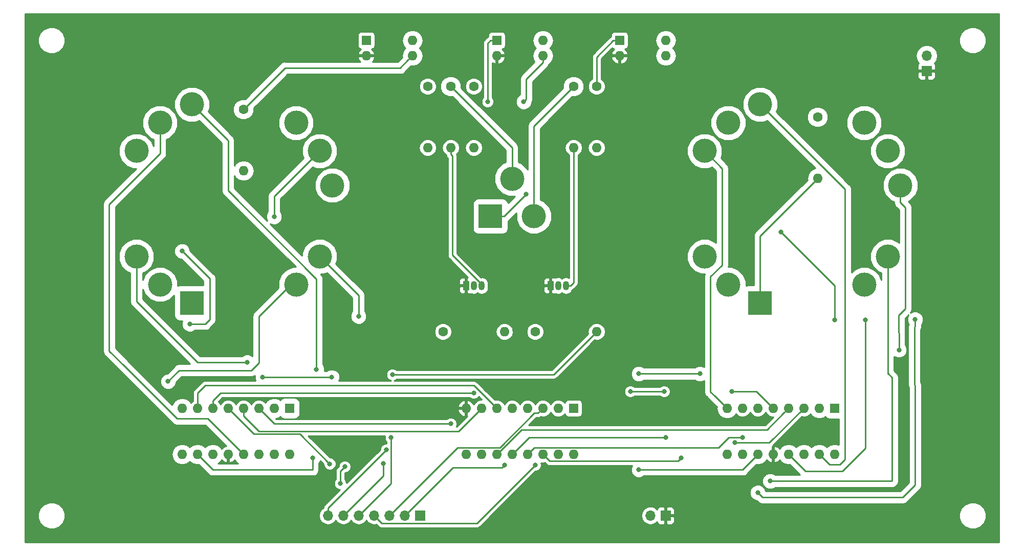
<source format=gbr>
G04 #@! TF.GenerationSoftware,KiCad,Pcbnew,5.0.2+dfsg1-1~bpo9+1*
G04 #@! TF.CreationDate,2020-04-30T19:20:10-04:00*
G04 #@! TF.ProjectId,NixieTest,4e697869-6554-4657-9374-2e6b69636164,rev?*
G04 #@! TF.SameCoordinates,Original*
G04 #@! TF.FileFunction,Copper,L1,Top*
G04 #@! TF.FilePolarity,Positive*
%FSLAX46Y46*%
G04 Gerber Fmt 4.6, Leading zero omitted, Abs format (unit mm)*
G04 Created by KiCad (PCBNEW 5.0.2+dfsg1-1~bpo9+1) date Thu 30 Apr 2020 07:20:10 PM EDT*
%MOMM*%
%LPD*%
G01*
G04 APERTURE LIST*
G04 #@! TA.AperFunction,ComponentPad*
%ADD10O,1.700000X1.700000*%
G04 #@! TD*
G04 #@! TA.AperFunction,ComponentPad*
%ADD11R,1.700000X1.700000*%
G04 #@! TD*
G04 #@! TA.AperFunction,ComponentPad*
%ADD12O,1.050000X1.500000*%
G04 #@! TD*
G04 #@! TA.AperFunction,ComponentPad*
%ADD13R,1.050000X1.500000*%
G04 #@! TD*
G04 #@! TA.AperFunction,ComponentPad*
%ADD14C,1.600000*%
G04 #@! TD*
G04 #@! TA.AperFunction,ComponentPad*
%ADD15O,1.600000X1.600000*%
G04 #@! TD*
G04 #@! TA.AperFunction,ComponentPad*
%ADD16R,1.600000X1.600000*%
G04 #@! TD*
G04 #@! TA.AperFunction,ComponentPad*
%ADD17C,4.000000*%
G04 #@! TD*
G04 #@! TA.AperFunction,ComponentPad*
%ADD18R,4.000000X4.000000*%
G04 #@! TD*
G04 #@! TA.AperFunction,ViaPad*
%ADD19C,0.800000*%
G04 #@! TD*
G04 #@! TA.AperFunction,Conductor*
%ADD20C,0.250000*%
G04 #@! TD*
G04 #@! TA.AperFunction,Conductor*
%ADD21C,0.254000*%
G04 #@! TD*
G04 APERTURE END LIST*
D10*
G04 #@! TO.P,J1,2*
G04 #@! TO.N,+5V*
X149860000Y-106680000D03*
D11*
G04 #@! TO.P,J1,1*
G04 #@! TO.N,GND*
X152400000Y-106680000D03*
G04 #@! TD*
G04 #@! TO.P,J2,1*
G04 #@! TO.N,GND*
X195580000Y-33020000D03*
D10*
G04 #@! TO.P,J2,2*
G04 #@! TO.N,HT*
X195580000Y-30480000D03*
G04 #@! TD*
D11*
G04 #@! TO.P,J3,1*
G04 #@! TO.N,Net-(J3-Pad1)*
X111760000Y-106680000D03*
D10*
G04 #@! TO.P,J3,2*
G04 #@! TO.N,Net-(J3-Pad2)*
X109220000Y-106680000D03*
G04 #@! TO.P,J3,3*
G04 #@! TO.N,Net-(J3-Pad3)*
X106680000Y-106680000D03*
G04 #@! TO.P,J3,4*
G04 #@! TO.N,Net-(J3-Pad4)*
X104140000Y-106680000D03*
G04 #@! TO.P,J3,5*
G04 #@! TO.N,Net-(J3-Pad5)*
X101600000Y-106680000D03*
G04 #@! TO.P,J3,6*
G04 #@! TO.N,Net-(J3-Pad6)*
X99060000Y-106680000D03*
G04 #@! TO.P,J3,7*
G04 #@! TO.N,Net-(J3-Pad7)*
X96520000Y-106680000D03*
G04 #@! TD*
D12*
G04 #@! TO.P,Q1,2*
G04 #@! TO.N,Net-(Q1-Pad2)*
X134620000Y-68580000D03*
G04 #@! TO.P,Q1,3*
G04 #@! TO.N,Net-(Q1-Pad3)*
X135890000Y-68580000D03*
D13*
G04 #@! TO.P,Q1,1*
G04 #@! TO.N,GND*
X133350000Y-68580000D03*
G04 #@! TD*
G04 #@! TO.P,Q2,1*
G04 #@! TO.N,GND*
X119380000Y-68580000D03*
D12*
G04 #@! TO.P,Q2,3*
G04 #@! TO.N,Net-(Q2-Pad3)*
X121920000Y-68580000D03*
G04 #@! TO.P,Q2,2*
G04 #@! TO.N,Net-(Q2-Pad2)*
X120650000Y-68580000D03*
G04 #@! TD*
D14*
G04 #@! TO.P,R1,1*
G04 #@! TO.N,Net-(R1-Pad1)*
X113030000Y-35560000D03*
D15*
G04 #@! TO.P,R1,2*
G04 #@! TO.N,Net-(J3-Pad1)*
X113030000Y-45720000D03*
G04 #@! TD*
G04 #@! TO.P,R3,2*
G04 #@! TO.N,Net-(N1-PadA)*
X82550000Y-49530000D03*
D14*
G04 #@! TO.P,R3,1*
G04 #@! TO.N,Net-(R3-Pad1)*
X82550000Y-39370000D03*
G04 #@! TD*
D15*
G04 #@! TO.P,R4,2*
G04 #@! TO.N,Net-(J3-Pad1)*
X140970000Y-45720000D03*
D14*
G04 #@! TO.P,R4,1*
G04 #@! TO.N,Net-(R4-Pad1)*
X140970000Y-35560000D03*
G04 #@! TD*
G04 #@! TO.P,R8,1*
G04 #@! TO.N,Net-(R8-Pad1)*
X177546000Y-40640000D03*
D15*
G04 #@! TO.P,R8,2*
G04 #@! TO.N,Net-(N2-PadA)*
X177546000Y-50800000D03*
G04 #@! TD*
D14*
G04 #@! TO.P,R10,1*
G04 #@! TO.N,Net-(J3-Pad1)*
X120650000Y-35560000D03*
D15*
G04 #@! TO.P,R10,2*
G04 #@! TO.N,Net-(R10-Pad2)*
X120650000Y-45720000D03*
G04 #@! TD*
G04 #@! TO.P,R11,2*
G04 #@! TO.N,Net-(J3-Pad5)*
X140970000Y-76200000D03*
D14*
G04 #@! TO.P,R11,1*
G04 #@! TO.N,Net-(Q1-Pad2)*
X130810000Y-76200000D03*
G04 #@! TD*
G04 #@! TO.P,R14,1*
G04 #@! TO.N,Net-(Q2-Pad2)*
X115570000Y-76200000D03*
D15*
G04 #@! TO.P,R14,2*
G04 #@! TO.N,Net-(J3-Pad7)*
X125730000Y-76200000D03*
G04 #@! TD*
D14*
G04 #@! TO.P,R15,1*
G04 #@! TO.N,Net-(N3-PadC2)*
X137160000Y-35560000D03*
D15*
G04 #@! TO.P,R15,2*
G04 #@! TO.N,Net-(Q1-Pad3)*
X137160000Y-45720000D03*
G04 #@! TD*
G04 #@! TO.P,R16,2*
G04 #@! TO.N,Net-(Q2-Pad3)*
X116840000Y-45720000D03*
D14*
G04 #@! TO.P,R16,1*
G04 #@! TO.N,Net-(N3-PadC1)*
X116840000Y-35560000D03*
G04 #@! TD*
D16*
G04 #@! TO.P,U1,1*
G04 #@! TO.N,Net-(R1-Pad1)*
X102870000Y-27940000D03*
D15*
G04 #@! TO.P,U1,3*
G04 #@! TO.N,Net-(R3-Pad1)*
X110490000Y-30480000D03*
G04 #@! TO.P,U1,2*
G04 #@! TO.N,GND*
X102870000Y-30480000D03*
G04 #@! TO.P,U1,4*
G04 #@! TO.N,HT*
X110490000Y-27940000D03*
G04 #@! TD*
D16*
G04 #@! TO.P,U2,1*
G04 #@! TO.N,Net-(N1-Pad8)*
X90170000Y-88900000D03*
D15*
G04 #@! TO.P,U2,9*
G04 #@! TO.N,Net-(N1-Pad3)*
X72390000Y-96520000D03*
G04 #@! TO.P,U2,2*
G04 #@! TO.N,Net-(N1-Pad9)*
X87630000Y-88900000D03*
G04 #@! TO.P,U2,10*
G04 #@! TO.N,Net-(N1-Pad7)*
X74930000Y-96520000D03*
G04 #@! TO.P,U2,3*
G04 #@! TO.N,Net-(U2-Pad3)*
X85090000Y-88900000D03*
G04 #@! TO.P,U2,11*
G04 #@! TO.N,Net-(N1-Pad6)*
X77470000Y-96520000D03*
G04 #@! TO.P,U2,4*
G04 #@! TO.N,Net-(U2-Pad4)*
X82550000Y-88900000D03*
G04 #@! TO.P,U2,12*
G04 #@! TO.N,GND*
X80010000Y-96520000D03*
G04 #@! TO.P,U2,5*
G04 #@! TO.N,+5V*
X80010000Y-88900000D03*
G04 #@! TO.P,U2,13*
G04 #@! TO.N,Net-(N1-Pad4)*
X82550000Y-96520000D03*
G04 #@! TO.P,U2,6*
G04 #@! TO.N,Net-(U2-Pad6)*
X77470000Y-88900000D03*
G04 #@! TO.P,U2,14*
G04 #@! TO.N,Net-(N1-Pad5)*
X85090000Y-96520000D03*
G04 #@! TO.P,U2,7*
G04 #@! TO.N,Net-(U2-Pad7)*
X74930000Y-88900000D03*
G04 #@! TO.P,U2,15*
G04 #@! TO.N,Net-(N1-Pad1)*
X87630000Y-96520000D03*
G04 #@! TO.P,U2,8*
G04 #@! TO.N,Net-(N1-Pad2)*
X72390000Y-88900000D03*
G04 #@! TO.P,U2,16*
G04 #@! TO.N,Net-(N1-Pad0)*
X90170000Y-96520000D03*
G04 #@! TD*
D16*
G04 #@! TO.P,U3,1*
G04 #@! TO.N,Net-(J3-Pad4)*
X137160000Y-88900000D03*
D15*
G04 #@! TO.P,U3,9*
G04 #@! TO.N,Net-(U3-Pad9)*
X119380000Y-96520000D03*
G04 #@! TO.P,U3,2*
G04 #@! TO.N,Net-(J3-Pad2)*
X134620000Y-88900000D03*
G04 #@! TO.P,U3,10*
G04 #@! TO.N,Net-(J3-Pad6)*
X121920000Y-96520000D03*
G04 #@! TO.P,U3,3*
G04 #@! TO.N,Net-(J3-Pad3)*
X132080000Y-88900000D03*
G04 #@! TO.P,U3,11*
G04 #@! TO.N,Net-(U3-Pad11)*
X124460000Y-96520000D03*
G04 #@! TO.P,U3,4*
G04 #@! TO.N,Net-(U2-Pad3)*
X129540000Y-88900000D03*
G04 #@! TO.P,U3,12*
G04 #@! TO.N,Net-(U3-Pad12)*
X127000000Y-96520000D03*
G04 #@! TO.P,U3,5*
G04 #@! TO.N,Net-(U2-Pad6)*
X127000000Y-88900000D03*
G04 #@! TO.P,U3,13*
G04 #@! TO.N,Net-(U3-Pad13)*
X129540000Y-96520000D03*
G04 #@! TO.P,U3,6*
G04 #@! TO.N,Net-(U2-Pad7)*
X124460000Y-88900000D03*
G04 #@! TO.P,U3,14*
G04 #@! TO.N,Net-(U3-Pad14)*
X132080000Y-96520000D03*
G04 #@! TO.P,U3,7*
G04 #@! TO.N,Net-(U2-Pad4)*
X121920000Y-88900000D03*
G04 #@! TO.P,U3,15*
G04 #@! TO.N,+5V*
X134620000Y-96520000D03*
G04 #@! TO.P,U3,8*
G04 #@! TO.N,GND*
X119380000Y-88900000D03*
G04 #@! TO.P,U3,16*
G04 #@! TO.N,+5V*
X137160000Y-96520000D03*
G04 #@! TD*
G04 #@! TO.P,U4,4*
G04 #@! TO.N,HT*
X152400000Y-27940000D03*
G04 #@! TO.P,U4,2*
G04 #@! TO.N,GND*
X144780000Y-30480000D03*
G04 #@! TO.P,U4,3*
G04 #@! TO.N,Net-(R8-Pad1)*
X152400000Y-30480000D03*
D16*
G04 #@! TO.P,U4,1*
G04 #@! TO.N,Net-(R4-Pad1)*
X144780000Y-27940000D03*
G04 #@! TD*
D15*
G04 #@! TO.P,U5,16*
G04 #@! TO.N,Net-(N2-Pad0)*
X180340000Y-96520000D03*
G04 #@! TO.P,U5,8*
G04 #@! TO.N,Net-(N2-Pad2)*
X162560000Y-88900000D03*
G04 #@! TO.P,U5,15*
G04 #@! TO.N,Net-(N2-Pad1)*
X177800000Y-96520000D03*
G04 #@! TO.P,U5,7*
G04 #@! TO.N,Net-(U3-Pad12)*
X165100000Y-88900000D03*
G04 #@! TO.P,U5,14*
G04 #@! TO.N,Net-(N2-Pad5)*
X175260000Y-96520000D03*
G04 #@! TO.P,U5,6*
G04 #@! TO.N,Net-(U3-Pad13)*
X167640000Y-88900000D03*
G04 #@! TO.P,U5,13*
G04 #@! TO.N,Net-(N2-Pad4)*
X172720000Y-96520000D03*
G04 #@! TO.P,U5,5*
G04 #@! TO.N,+5V*
X170180000Y-88900000D03*
G04 #@! TO.P,U5,12*
G04 #@! TO.N,GND*
X170180000Y-96520000D03*
G04 #@! TO.P,U5,4*
G04 #@! TO.N,Net-(U3-Pad11)*
X172720000Y-88900000D03*
G04 #@! TO.P,U5,11*
G04 #@! TO.N,Net-(N2-Pad6)*
X167640000Y-96520000D03*
G04 #@! TO.P,U5,3*
G04 #@! TO.N,Net-(U3-Pad14)*
X175260000Y-88900000D03*
G04 #@! TO.P,U5,10*
G04 #@! TO.N,Net-(N2-Pad7)*
X165100000Y-96520000D03*
G04 #@! TO.P,U5,2*
G04 #@! TO.N,Net-(N2-Pad9)*
X177800000Y-88900000D03*
G04 #@! TO.P,U5,9*
G04 #@! TO.N,Net-(N2-Pad3)*
X162560000Y-96520000D03*
D16*
G04 #@! TO.P,U5,1*
G04 #@! TO.N,Net-(N2-Pad8)*
X180340000Y-88900000D03*
G04 #@! TD*
G04 #@! TO.P,U6,1*
G04 #@! TO.N,Net-(R10-Pad2)*
X124460000Y-27940000D03*
D15*
G04 #@! TO.P,U6,3*
G04 #@! TO.N,Net-(N3-PadA)*
X132080000Y-30480000D03*
G04 #@! TO.P,U6,2*
G04 #@! TO.N,GND*
X124460000Y-30480000D03*
G04 #@! TO.P,U6,4*
G04 #@! TO.N,HT*
X132080000Y-27940000D03*
G04 #@! TD*
D17*
G04 #@! TO.P,N1,8*
G04 #@! TO.N,Net-(N1-Pad8)*
X91248800Y-41594200D03*
G04 #@! TO.P,N1,9*
G04 #@! TO.N,Net-(N1-Pad9)*
X95155400Y-46250000D03*
G04 #@! TO.P,N1,5*
G04 #@! TO.N,Net-(N1-Pad5)*
X97234100Y-51961200D03*
G04 #@! TO.P,N1,7*
G04 #@! TO.N,Net-(N1-Pad7)*
X95155400Y-63750000D03*
G04 #@! TO.P,N1,3*
G04 #@! TO.N,Net-(N1-Pad3)*
X91248800Y-68405800D03*
D18*
G04 #@! TO.P,N1,A*
G04 #@! TO.N,Net-(N1-PadA)*
X74014600Y-71444600D03*
D17*
G04 #@! TO.P,N1,6*
G04 #@! TO.N,Net-(N1-Pad6)*
X68751200Y-68405800D03*
G04 #@! TO.P,N1,0*
G04 #@! TO.N,Net-(N1-Pad0)*
X64844600Y-63750000D03*
G04 #@! TO.P,N1,2*
G04 #@! TO.N,Net-(N1-Pad2)*
X64844600Y-46250000D03*
G04 #@! TO.P,N1,4*
G04 #@! TO.N,Net-(N1-Pad4)*
X68751200Y-41594200D03*
G04 #@! TO.P,N1,1*
G04 #@! TO.N,Net-(N1-Pad1)*
X74014600Y-38555400D03*
G04 #@! TD*
G04 #@! TO.P,N2,1*
G04 #@! TO.N,Net-(N2-Pad1)*
X168014600Y-38555400D03*
G04 #@! TO.P,N2,4*
G04 #@! TO.N,Net-(N2-Pad4)*
X162751200Y-41594200D03*
G04 #@! TO.P,N2,2*
G04 #@! TO.N,Net-(N2-Pad2)*
X158844600Y-46250000D03*
G04 #@! TO.P,N2,0*
G04 #@! TO.N,Net-(N2-Pad0)*
X158844600Y-63750000D03*
G04 #@! TO.P,N2,6*
G04 #@! TO.N,Net-(N2-Pad6)*
X162751200Y-68405800D03*
D18*
G04 #@! TO.P,N2,A*
G04 #@! TO.N,Net-(N2-PadA)*
X168014600Y-71444600D03*
D17*
G04 #@! TO.P,N2,3*
G04 #@! TO.N,Net-(N2-Pad3)*
X185248800Y-68405800D03*
G04 #@! TO.P,N2,7*
G04 #@! TO.N,Net-(N2-Pad7)*
X189155400Y-63750000D03*
G04 #@! TO.P,N2,5*
G04 #@! TO.N,Net-(N2-Pad5)*
X191234100Y-51961200D03*
G04 #@! TO.P,N2,9*
G04 #@! TO.N,Net-(N2-Pad9)*
X189155400Y-46250000D03*
G04 #@! TO.P,N2,8*
G04 #@! TO.N,Net-(N2-Pad8)*
X185248800Y-41594200D03*
G04 #@! TD*
G04 #@! TO.P,N3,C1*
G04 #@! TO.N,Net-(N3-PadC1)*
X127000000Y-50850000D03*
D18*
G04 #@! TO.P,N3,A*
G04 #@! TO.N,Net-(N3-PadA)*
X123406000Y-57075000D03*
D17*
G04 #@! TO.P,N3,C2*
G04 #@! TO.N,Net-(N3-PadC2)*
X130594000Y-57075000D03*
G04 #@! TD*
D19*
G04 #@! TO.N,+5V*
X163322000Y-86106000D03*
X152146000Y-86106000D03*
X146558000Y-86106000D03*
X96821917Y-98091917D03*
G04 #@! TO.N,Net-(J3-Pad1)*
X99314000Y-98552000D03*
X98552000Y-101346000D03*
G04 #@! TO.N,Net-(J3-Pad2)*
X125730000Y-98298000D03*
G04 #@! TO.N,Net-(J3-Pad4)*
X130810000Y-98298000D03*
G04 #@! TO.N,Net-(J3-Pad5)*
X107188000Y-83312000D03*
X106934000Y-93726000D03*
G04 #@! TO.N,Net-(J3-Pad6)*
X105664000Y-98044000D03*
G04 #@! TO.N,Net-(J3-Pad7)*
X106172000Y-95758000D03*
G04 #@! TO.N,Net-(R10-Pad2)*
X122936000Y-38100000D03*
G04 #@! TO.N,Net-(N1-Pad3)*
X70076200Y-84455000D03*
G04 #@! TO.N,Net-(N1-Pad9)*
X87630000Y-57150000D03*
G04 #@! TO.N,Net-(N1-Pad7)*
X93980000Y-97155000D03*
X101600000Y-73660000D03*
G04 #@! TO.N,Net-(U2-Pad3)*
X116840000Y-91440000D03*
G04 #@! TO.N,Net-(U2-Pad6)*
X120650000Y-86360000D03*
G04 #@! TO.N,Net-(N1-Pad1)*
X94615000Y-82440000D03*
G04 #@! TO.N,Net-(N1-Pad2)*
X72390000Y-62865000D03*
X73660000Y-74930000D03*
G04 #@! TO.N,Net-(N1-Pad0)*
X83185000Y-81280000D03*
X97155000Y-83765000D03*
X85725000Y-83765000D03*
G04 #@! TO.N,Net-(U3-Pad12)*
X152400000Y-93726000D03*
G04 #@! TO.N,Net-(U3-Pad13)*
X165100000Y-93726000D03*
G04 #@! TO.N,Net-(U3-Pad14)*
X163830000Y-94615000D03*
X154940000Y-97155000D03*
G04 #@! TO.N,Net-(N2-Pad5)*
X190992526Y-79233196D03*
G04 #@! TO.N,Net-(N2-Pad4)*
X185420000Y-74295000D03*
X180340000Y-74295000D03*
X171450000Y-59690000D03*
G04 #@! TO.N,Net-(N2-Pad6)*
X147955000Y-99060000D03*
X147955000Y-83185000D03*
X158115000Y-83185000D03*
G04 #@! TO.N,Net-(N2-Pad7)*
X169672000Y-100965000D03*
G04 #@! TO.N,Net-(N2-Pad3)*
X193675000Y-74168000D03*
X167640000Y-102870000D03*
G04 #@! TO.N,Net-(N3-PadA)*
X129269000Y-53405999D03*
X128905000Y-38100000D03*
G04 #@! TD*
D20*
G04 #@! TO.N,+5V*
X167386000Y-86106000D02*
X163322000Y-86106000D01*
X170180000Y-88900000D02*
X167386000Y-86106000D01*
X152146000Y-86106000D02*
X146558000Y-86106000D01*
X84270010Y-93160010D02*
X91890010Y-93160010D01*
X91890010Y-93160010D02*
X96821917Y-98091917D01*
X80010000Y-88900000D02*
X84270010Y-93160010D01*
G04 #@! TO.N,Net-(J3-Pad1)*
X98552000Y-99314000D02*
X98552000Y-101346000D01*
X99314000Y-98552000D02*
X98552000Y-99314000D01*
G04 #@! TO.N,Net-(J3-Pad2)*
X110069999Y-105830001D02*
X109220000Y-106680000D01*
X117202001Y-98697999D02*
X110069999Y-105830001D01*
X125330001Y-98697999D02*
X117202001Y-98697999D01*
X125730000Y-98298000D02*
X125330001Y-98697999D01*
G04 #@! TO.N,Net-(J3-Pad3)*
X124948591Y-95394999D02*
X117965001Y-95394999D01*
X117965001Y-95394999D02*
X107529999Y-105830001D01*
X130643591Y-89699999D02*
X124948591Y-95394999D01*
X131280001Y-89699999D02*
X130643591Y-89699999D01*
X107529999Y-105830001D02*
X106680000Y-106680000D01*
X132080000Y-88900000D02*
X131280001Y-89699999D01*
G04 #@! TO.N,Net-(J3-Pad4)*
X105410000Y-107950000D02*
X104989999Y-107529999D01*
X121158000Y-107950000D02*
X105410000Y-107950000D01*
X104989999Y-107529999D02*
X104140000Y-106680000D01*
X130810000Y-98298000D02*
X121158000Y-107950000D01*
G04 #@! TO.N,Net-(J3-Pad5)*
X140970000Y-76200000D02*
X133858000Y-83312000D01*
X133858000Y-83312000D02*
X107188000Y-83312000D01*
X106934000Y-101346000D02*
X101600000Y-106680000D01*
X106934000Y-93726000D02*
X106934000Y-101346000D01*
G04 #@! TO.N,Net-(J3-Pad6)*
X105664000Y-100076000D02*
X99060000Y-106680000D01*
X105664000Y-98044000D02*
X105664000Y-100076000D01*
G04 #@! TO.N,Net-(J3-Pad7)*
X96520000Y-105410000D02*
X96520000Y-106680000D01*
X106172000Y-95758000D02*
X96520000Y-105410000D01*
G04 #@! TO.N,Net-(Q1-Pad3)*
X136665000Y-68580000D02*
X135890000Y-68580000D01*
X137160000Y-68085000D02*
X136665000Y-68580000D01*
X137160000Y-45720000D02*
X137160000Y-68085000D01*
G04 #@! TO.N,Net-(Q2-Pad3)*
X116840000Y-46851370D02*
X117094000Y-47105370D01*
X116840000Y-45720000D02*
X116840000Y-46851370D01*
X121920000Y-68355000D02*
X121920000Y-68580000D01*
X117094000Y-63529000D02*
X121920000Y-68355000D01*
X117094000Y-47105370D02*
X117094000Y-63529000D01*
G04 #@! TO.N,Net-(R3-Pad1)*
X109690001Y-31279999D02*
X110490000Y-30480000D01*
X108458000Y-32512000D02*
X109690001Y-31279999D01*
X89408000Y-32512000D02*
X108458000Y-32512000D01*
X82550000Y-39370000D02*
X89408000Y-32512000D01*
G04 #@! TO.N,Net-(R4-Pad1)*
X140970000Y-30700000D02*
X143730000Y-27940000D01*
X143730000Y-27940000D02*
X144780000Y-27940000D01*
X140970000Y-35560000D02*
X140970000Y-30700000D01*
G04 #@! TO.N,Net-(N2-PadA)*
X168014600Y-71444600D02*
X168014600Y-60331400D01*
X168014600Y-60331400D02*
X177546000Y-50800000D01*
G04 #@! TO.N,Net-(R10-Pad2)*
X123410000Y-27940000D02*
X124460000Y-27940000D01*
X122936000Y-28414000D02*
X123410000Y-27940000D01*
X122936000Y-38100000D02*
X122936000Y-28414000D01*
G04 #@! TO.N,Net-(N3-PadC2)*
X130594000Y-42126000D02*
X137160000Y-35560000D01*
X130594000Y-57075000D02*
X130594000Y-42126000D01*
G04 #@! TO.N,Net-(N3-PadC1)*
X127000000Y-45720000D02*
X116840000Y-35560000D01*
X127000000Y-50850000D02*
X127000000Y-45720000D01*
G04 #@! TO.N,Net-(N1-Pad3)*
X90344200Y-68405800D02*
X91248800Y-68405800D01*
X85090000Y-73660000D02*
X90344200Y-68405800D01*
X85090000Y-74225685D02*
X85090000Y-73660000D01*
X85090000Y-81336002D02*
X85090000Y-74225685D01*
X83821001Y-82605001D02*
X85090000Y-81336002D01*
X71926199Y-82605001D02*
X83821001Y-82605001D01*
X70076200Y-84455000D02*
X71926199Y-82605001D01*
G04 #@! TO.N,Net-(N1-Pad9)*
X87630000Y-53775400D02*
X95155400Y-46250000D01*
X87630000Y-57150000D02*
X87630000Y-53775400D01*
G04 #@! TO.N,Net-(N1-Pad7)*
X77470000Y-99060000D02*
X93980000Y-99060000D01*
X74930000Y-96520000D02*
X77470000Y-99060000D01*
X101600000Y-70194600D02*
X95155400Y-63750000D01*
X101600000Y-73660000D02*
X101600000Y-70194600D01*
X93980000Y-97155000D02*
X93980000Y-99060000D01*
G04 #@! TO.N,Net-(U2-Pad3)*
X85090000Y-88900000D02*
X87630000Y-91440000D01*
X87630000Y-91440000D02*
X116840000Y-91440000D01*
G04 #@! TO.N,Net-(U2-Pad4)*
X82550000Y-88900000D02*
X82550000Y-90170000D01*
X82550000Y-90170000D02*
X85090000Y-92710000D01*
X118110000Y-92710000D02*
X121920000Y-88900000D01*
X85090000Y-92710000D02*
X118110000Y-92710000D01*
G04 #@! TO.N,Net-(N1-Pad4)*
X76655001Y-90625001D02*
X82550000Y-96520000D01*
X71561999Y-90625001D02*
X76655001Y-90625001D01*
X60325000Y-79388002D02*
X62851998Y-81915000D01*
X68751200Y-41594200D02*
X68751200Y-46672402D01*
X60325000Y-55098602D02*
X60325000Y-79388002D01*
X62519599Y-81582601D02*
X62851998Y-81915000D01*
X68751200Y-46672402D02*
X60325000Y-55098602D01*
X62851998Y-81915000D02*
X71561999Y-90625001D01*
G04 #@! TO.N,Net-(U2-Pad6)*
X77470000Y-88900000D02*
X77470000Y-87630000D01*
X78740000Y-86360000D02*
X120650000Y-86360000D01*
X77470000Y-87630000D02*
X78740000Y-86360000D01*
G04 #@! TO.N,Net-(U2-Pad7)*
X74930000Y-88900000D02*
X74930000Y-86360000D01*
X74930000Y-86360000D02*
X76200000Y-85090000D01*
X120650000Y-85090000D02*
X124460000Y-88900000D01*
X76200000Y-85090000D02*
X120650000Y-85090000D01*
G04 #@! TO.N,Net-(N1-Pad1)*
X94615000Y-67442998D02*
X80010000Y-52837998D01*
X94615000Y-82440000D02*
X94615000Y-67442998D01*
X80010000Y-52837998D02*
X80010000Y-44550800D01*
X74014600Y-38555400D02*
X79909200Y-44450000D01*
G04 #@! TO.N,Net-(N1-Pad2)*
X72390000Y-62865000D02*
X76939601Y-67414601D01*
X76194202Y-74930000D02*
X73660000Y-74930000D01*
X76939601Y-67414601D02*
X76939601Y-74184601D01*
X76939601Y-74184601D02*
X76194202Y-74930000D01*
G04 #@! TO.N,Net-(N1-Pad0)*
X64844600Y-71194600D02*
X64844600Y-63750000D01*
X74930000Y-81280000D02*
X64844600Y-71194600D01*
X81280000Y-81280000D02*
X74930000Y-81280000D01*
X81280000Y-81280000D02*
X83185000Y-81280000D01*
X97155000Y-83765000D02*
X85725000Y-83765000D01*
G04 #@! TO.N,Net-(U3-Pad11)*
X171920001Y-89699999D02*
X172720000Y-88900000D01*
X169164000Y-92456000D02*
X171920001Y-89699999D01*
X128524000Y-92456000D02*
X169164000Y-92456000D01*
X124460000Y-96520000D02*
X128524000Y-92456000D01*
G04 #@! TO.N,Net-(U3-Pad12)*
X129794000Y-93726000D02*
X150114000Y-93726000D01*
X127000000Y-96520000D02*
X129794000Y-93726000D01*
X150114000Y-93726000D02*
X152400000Y-93726000D01*
G04 #@! TO.N,Net-(U3-Pad13)*
X130339999Y-95720001D02*
X129540000Y-96520000D01*
X130665001Y-95394999D02*
X130339999Y-95720001D01*
X161131999Y-95394999D02*
X130665001Y-95394999D01*
X162800998Y-93726000D02*
X161131999Y-95394999D01*
X165100000Y-93726000D02*
X162800998Y-93726000D01*
G04 #@! TO.N,Net-(U3-Pad14)*
X168670002Y-94615000D02*
X163830000Y-94615000D01*
X169545000Y-94615000D02*
X168670002Y-94615000D01*
X175260000Y-88900000D02*
X169545000Y-94615000D01*
X132879999Y-97319999D02*
X132080000Y-96520000D01*
X133205001Y-97645001D02*
X132879999Y-97319999D01*
X154449999Y-97645001D02*
X133205001Y-97645001D01*
X154940000Y-97155000D02*
X154449999Y-97645001D01*
G04 #@! TO.N,Net-(N2-Pad2)*
X159826199Y-86166199D02*
X160655000Y-86995000D01*
X159826199Y-67097403D02*
X159826199Y-86166199D01*
X161769601Y-49175001D02*
X161769601Y-65154001D01*
X158844600Y-46250000D02*
X161769601Y-49175001D01*
X162560000Y-88900000D02*
X160655000Y-86995000D01*
X161769601Y-65154001D02*
X159826199Y-67097403D01*
X160655000Y-86995000D02*
X160426199Y-86766199D01*
G04 #@! TO.N,Net-(N2-Pad1)*
X170014599Y-40555399D02*
X168014600Y-38555400D01*
X182065001Y-52605801D02*
X170014599Y-40555399D01*
X181168001Y-98245001D02*
X182065001Y-97348001D01*
X179525001Y-98245001D02*
X181168001Y-98245001D01*
X182065001Y-97348001D02*
X182065001Y-52605801D01*
X177800000Y-96520000D02*
X179525001Y-98245001D01*
G04 #@! TO.N,Net-(N2-Pad5)*
X191234100Y-51961200D02*
X191234100Y-54789627D01*
X191234100Y-54789627D02*
X192080401Y-55635928D01*
X192080401Y-55635928D02*
X192080401Y-72404597D01*
X192080401Y-72404597D02*
X190952999Y-73531999D01*
X190952999Y-79193669D02*
X190992526Y-79233196D01*
X190952999Y-79192999D02*
X190952999Y-79193669D01*
X190952999Y-73531999D02*
X190992526Y-79233196D01*
G04 #@! TO.N,Net-(N2-Pad4)*
X172720000Y-96520000D02*
X175495010Y-99295010D01*
X175495010Y-99295010D02*
X181602930Y-99295010D01*
X181602930Y-99295010D02*
X185420000Y-95477940D01*
X185420000Y-95477940D02*
X185420000Y-74295000D01*
X180340000Y-68580000D02*
X171450000Y-59690000D01*
X180340000Y-74295000D02*
X180340000Y-68580000D01*
G04 #@! TO.N,Net-(N2-Pad6)*
X165100000Y-99060000D02*
X147955000Y-99060000D01*
X167640000Y-96520000D02*
X165100000Y-99060000D01*
X147955000Y-83185000D02*
X158115000Y-83185000D01*
G04 #@! TO.N,Net-(N2-Pad7)*
X169672000Y-100965000D02*
X189865000Y-100965000D01*
X189865000Y-100965000D02*
X189865000Y-83820000D01*
X189230000Y-83185000D02*
X189155400Y-83185000D01*
X189865000Y-83820000D02*
X189230000Y-83185000D01*
X189155400Y-83185000D02*
X189155400Y-83209600D01*
X189155400Y-63750000D02*
X189155400Y-83185000D01*
G04 #@! TO.N,Net-(N2-Pad3)*
X193559101Y-75449101D02*
X193559101Y-84965901D01*
X168436009Y-103666009D02*
X191608991Y-103666009D01*
X167640000Y-102870000D02*
X168436009Y-103666009D01*
X191608991Y-103666009D02*
X193675000Y-101600000D01*
X193675000Y-85081800D02*
X193559101Y-84965901D01*
X193675000Y-101600000D02*
X193675000Y-85081800D01*
X193675000Y-75333202D02*
X193559101Y-75449101D01*
X193675000Y-74168000D02*
X193675000Y-75333202D01*
G04 #@! TO.N,Net-(N3-PadA)*
X125656000Y-57075000D02*
X123406000Y-57075000D01*
X132080000Y-31611370D02*
X129325001Y-34366369D01*
X132080000Y-30480000D02*
X132080000Y-31611370D01*
X129325001Y-53405999D02*
X129269000Y-53405999D01*
X129269000Y-53405999D02*
X125656000Y-57075000D01*
X129325001Y-37679999D02*
X129325001Y-34366369D01*
X128905000Y-38100000D02*
X129325001Y-37679999D01*
G04 #@! TD*
D21*
G04 #@! TO.N,GND*
G36*
X207570001Y-111050000D02*
X46430000Y-111050000D01*
X46430000Y-106235431D01*
X48565000Y-106235431D01*
X48565000Y-107124569D01*
X48905259Y-107946026D01*
X49533974Y-108574741D01*
X50355431Y-108915000D01*
X51244569Y-108915000D01*
X52066026Y-108574741D01*
X52694741Y-107946026D01*
X53035000Y-107124569D01*
X53035000Y-106235431D01*
X52694741Y-105413974D01*
X52066026Y-104785259D01*
X51244569Y-104445000D01*
X50355431Y-104445000D01*
X49533974Y-104785259D01*
X48905259Y-105413974D01*
X48565000Y-106235431D01*
X46430000Y-106235431D01*
X46430000Y-55098602D01*
X59252392Y-55098602D01*
X59273000Y-55202207D01*
X59273001Y-79284392D01*
X59252392Y-79388002D01*
X59334038Y-79798471D01*
X59334039Y-79798472D01*
X59566552Y-80146451D01*
X59654389Y-80205142D01*
X62181384Y-82732139D01*
X62181390Y-82732143D01*
X70744861Y-91295616D01*
X70803550Y-91383450D01*
X70891384Y-91442139D01*
X70891385Y-91442140D01*
X71151529Y-91615963D01*
X71561999Y-91697610D01*
X71665608Y-91677001D01*
X76219250Y-91677001D01*
X79681784Y-95139536D01*
X79660961Y-95128096D01*
X79272577Y-95288959D01*
X78931150Y-95598249D01*
X78715097Y-95274903D01*
X78143842Y-94893202D01*
X77640091Y-94793000D01*
X77299909Y-94793000D01*
X76796158Y-94893202D01*
X76224903Y-95274903D01*
X76200000Y-95312173D01*
X76175097Y-95274903D01*
X75603842Y-94893202D01*
X75100091Y-94793000D01*
X74759909Y-94793000D01*
X74256158Y-94893202D01*
X73684903Y-95274903D01*
X73660000Y-95312173D01*
X73635097Y-95274903D01*
X73063842Y-94893202D01*
X72560091Y-94793000D01*
X72219909Y-94793000D01*
X71716158Y-94893202D01*
X71144903Y-95274903D01*
X70763202Y-95846158D01*
X70629167Y-96520000D01*
X70763202Y-97193842D01*
X71144903Y-97765097D01*
X71716158Y-98146798D01*
X72219909Y-98247000D01*
X72560091Y-98247000D01*
X73063842Y-98146798D01*
X73635097Y-97765097D01*
X73660000Y-97727827D01*
X73684903Y-97765097D01*
X74256158Y-98146798D01*
X74759909Y-98247000D01*
X75100091Y-98247000D01*
X75157774Y-98235526D01*
X76652862Y-99730615D01*
X76711551Y-99818449D01*
X77059530Y-100050962D01*
X77366391Y-100112000D01*
X77366395Y-100112000D01*
X77469999Y-100132608D01*
X77573603Y-100112000D01*
X93876391Y-100112000D01*
X93980000Y-100132609D01*
X94083609Y-100112000D01*
X94390470Y-100050962D01*
X94738449Y-99818449D01*
X94970962Y-99470470D01*
X95052609Y-99060000D01*
X95032000Y-98956391D01*
X95032000Y-97979661D01*
X95104976Y-97906685D01*
X95238801Y-97583603D01*
X95786917Y-98131719D01*
X95786917Y-98297791D01*
X95944486Y-98678197D01*
X96235637Y-98969348D01*
X96616043Y-99126917D01*
X97027791Y-99126917D01*
X97408197Y-98969348D01*
X97699348Y-98678197D01*
X97856917Y-98297791D01*
X97856917Y-97886043D01*
X97699348Y-97505637D01*
X97408197Y-97214486D01*
X97027791Y-97056917D01*
X96861719Y-97056917D01*
X93274801Y-93470000D01*
X105919763Y-93470000D01*
X105899000Y-93520126D01*
X105899000Y-93931874D01*
X106056569Y-94312280D01*
X106174000Y-94429711D01*
X106174000Y-94723000D01*
X105966126Y-94723000D01*
X105585720Y-94880569D01*
X105294569Y-95171720D01*
X105137000Y-95552126D01*
X105137000Y-95718197D01*
X99587000Y-101268198D01*
X99587000Y-101140126D01*
X99429431Y-100759720D01*
X99312000Y-100642289D01*
X99312000Y-99628801D01*
X99353801Y-99587000D01*
X99519874Y-99587000D01*
X99900280Y-99429431D01*
X100191431Y-99138280D01*
X100349000Y-98757874D01*
X100349000Y-98346126D01*
X100191431Y-97965720D01*
X99900280Y-97674569D01*
X99519874Y-97517000D01*
X99108126Y-97517000D01*
X98727720Y-97674569D01*
X98436569Y-97965720D01*
X98279000Y-98346126D01*
X98279000Y-98512199D01*
X98067530Y-98723669D01*
X98004071Y-98766071D01*
X97836096Y-99017464D01*
X97792000Y-99239149D01*
X97792000Y-99239153D01*
X97777112Y-99314000D01*
X97792000Y-99388847D01*
X97792001Y-100642288D01*
X97674569Y-100759720D01*
X97517000Y-101140126D01*
X97517000Y-101551874D01*
X97674569Y-101932280D01*
X97965720Y-102223431D01*
X98346126Y-102381000D01*
X98474198Y-102381000D01*
X96035530Y-104819669D01*
X95972071Y-104862071D01*
X95804096Y-105113464D01*
X95760000Y-105335149D01*
X95760000Y-105335153D01*
X95745112Y-105410000D01*
X95745423Y-105411562D01*
X95449375Y-105609375D01*
X95121161Y-106100582D01*
X95005908Y-106680000D01*
X95121161Y-107259418D01*
X95449375Y-107750625D01*
X95940582Y-108078839D01*
X96373744Y-108165000D01*
X96666256Y-108165000D01*
X97099418Y-108078839D01*
X97590625Y-107750625D01*
X97790000Y-107452239D01*
X97989375Y-107750625D01*
X98480582Y-108078839D01*
X98913744Y-108165000D01*
X99206256Y-108165000D01*
X99639418Y-108078839D01*
X100130625Y-107750625D01*
X100330000Y-107452239D01*
X100529375Y-107750625D01*
X101020582Y-108078839D01*
X101453744Y-108165000D01*
X101746256Y-108165000D01*
X102179418Y-108078839D01*
X102670625Y-107750625D01*
X102870000Y-107452239D01*
X103069375Y-107750625D01*
X103560582Y-108078839D01*
X103993744Y-108165000D01*
X104286256Y-108165000D01*
X104506408Y-108121209D01*
X104819669Y-108434470D01*
X104862071Y-108497929D01*
X105113463Y-108665904D01*
X105335148Y-108710000D01*
X105335152Y-108710000D01*
X105409999Y-108724888D01*
X105484846Y-108710000D01*
X121083153Y-108710000D01*
X121158000Y-108724888D01*
X121232847Y-108710000D01*
X121232852Y-108710000D01*
X121454537Y-108665904D01*
X121705929Y-108497929D01*
X121748331Y-108434470D01*
X123502801Y-106680000D01*
X148345908Y-106680000D01*
X148461161Y-107259418D01*
X148789375Y-107750625D01*
X149280582Y-108078839D01*
X149713744Y-108165000D01*
X150006256Y-108165000D01*
X150439418Y-108078839D01*
X150930625Y-107750625D01*
X150945096Y-107728967D01*
X151011673Y-107889698D01*
X151190301Y-108068327D01*
X151423690Y-108165000D01*
X152114250Y-108165000D01*
X152273000Y-108006250D01*
X152273000Y-106807000D01*
X152527000Y-106807000D01*
X152527000Y-108006250D01*
X152685750Y-108165000D01*
X153376310Y-108165000D01*
X153609699Y-108068327D01*
X153788327Y-107889698D01*
X153885000Y-107656309D01*
X153885000Y-106965750D01*
X153726250Y-106807000D01*
X152527000Y-106807000D01*
X152273000Y-106807000D01*
X152253000Y-106807000D01*
X152253000Y-106553000D01*
X152273000Y-106553000D01*
X152273000Y-105353750D01*
X152527000Y-105353750D01*
X152527000Y-106553000D01*
X153726250Y-106553000D01*
X153885000Y-106394250D01*
X153885000Y-106235431D01*
X200965000Y-106235431D01*
X200965000Y-107124569D01*
X201305259Y-107946026D01*
X201933974Y-108574741D01*
X202755431Y-108915000D01*
X203644569Y-108915000D01*
X204466026Y-108574741D01*
X205094741Y-107946026D01*
X205435000Y-107124569D01*
X205435000Y-106235431D01*
X205094741Y-105413974D01*
X204466026Y-104785259D01*
X203644569Y-104445000D01*
X202755431Y-104445000D01*
X201933974Y-104785259D01*
X201305259Y-105413974D01*
X200965000Y-106235431D01*
X153885000Y-106235431D01*
X153885000Y-105703691D01*
X153788327Y-105470302D01*
X153609699Y-105291673D01*
X153376310Y-105195000D01*
X152685750Y-105195000D01*
X152527000Y-105353750D01*
X152273000Y-105353750D01*
X152114250Y-105195000D01*
X151423690Y-105195000D01*
X151190301Y-105291673D01*
X151011673Y-105470302D01*
X150945096Y-105631033D01*
X150930625Y-105609375D01*
X150439418Y-105281161D01*
X150006256Y-105195000D01*
X149713744Y-105195000D01*
X149280582Y-105281161D01*
X148789375Y-105609375D01*
X148461161Y-106100582D01*
X148345908Y-106680000D01*
X123502801Y-106680000D01*
X130849803Y-99333000D01*
X131015874Y-99333000D01*
X131396280Y-99175431D01*
X131687431Y-98884280D01*
X131845000Y-98503874D01*
X131845000Y-98092126D01*
X131774690Y-97922383D01*
X131938667Y-97955000D01*
X132221333Y-97955000D01*
X132403887Y-97918688D01*
X132614670Y-98129471D01*
X132657072Y-98192930D01*
X132908464Y-98360905D01*
X133130149Y-98405001D01*
X133130153Y-98405001D01*
X133205000Y-98419889D01*
X133279847Y-98405001D01*
X146789975Y-98405001D01*
X146628000Y-98796043D01*
X146628000Y-99323957D01*
X146830024Y-99811685D01*
X147203315Y-100184976D01*
X147691043Y-100387000D01*
X148218957Y-100387000D01*
X148706685Y-100184976D01*
X148779661Y-100112000D01*
X164996395Y-100112000D01*
X165100000Y-100132608D01*
X165203605Y-100112000D01*
X165203609Y-100112000D01*
X165510470Y-100050962D01*
X165858449Y-99818449D01*
X165917142Y-99730609D01*
X167412226Y-98235526D01*
X167469909Y-98247000D01*
X167810091Y-98247000D01*
X168313842Y-98146798D01*
X168885097Y-97765097D01*
X169101150Y-97441751D01*
X169442577Y-97751041D01*
X169830961Y-97911904D01*
X170053000Y-97789915D01*
X170053000Y-96647000D01*
X170033000Y-96647000D01*
X170033000Y-96393000D01*
X170053000Y-96393000D01*
X170053000Y-95250085D01*
X170003331Y-95222797D01*
X170092929Y-95162929D01*
X170135331Y-95099470D01*
X174936114Y-90298688D01*
X175118667Y-90335000D01*
X175401333Y-90335000D01*
X175819909Y-90251740D01*
X176294577Y-89934577D01*
X176354407Y-89845035D01*
X176554903Y-90145097D01*
X177126158Y-90526798D01*
X177629909Y-90627000D01*
X177970091Y-90627000D01*
X178473842Y-90526798D01*
X178822080Y-90294113D01*
X178871670Y-90368330D01*
X179178303Y-90573215D01*
X179540000Y-90645161D01*
X181013001Y-90645161D01*
X181013001Y-94893035D01*
X180510091Y-94793000D01*
X180169909Y-94793000D01*
X179666158Y-94893202D01*
X179094903Y-95274903D01*
X179070000Y-95312173D01*
X179045097Y-95274903D01*
X178473842Y-94893202D01*
X177970091Y-94793000D01*
X177629909Y-94793000D01*
X177126158Y-94893202D01*
X176554903Y-95274903D01*
X176530000Y-95312173D01*
X176505097Y-95274903D01*
X175933842Y-94893202D01*
X175430091Y-94793000D01*
X175089909Y-94793000D01*
X174586158Y-94893202D01*
X174014903Y-95274903D01*
X173990000Y-95312173D01*
X173965097Y-95274903D01*
X173393842Y-94893202D01*
X172890091Y-94793000D01*
X172549909Y-94793000D01*
X172046158Y-94893202D01*
X171474903Y-95274903D01*
X171258850Y-95598249D01*
X170917423Y-95288959D01*
X170529039Y-95128096D01*
X170307000Y-95250085D01*
X170307000Y-96393000D01*
X170327000Y-96393000D01*
X170327000Y-96647000D01*
X170307000Y-96647000D01*
X170307000Y-97789915D01*
X170529039Y-97911904D01*
X170917423Y-97751041D01*
X171258850Y-97441751D01*
X171474903Y-97765097D01*
X172046158Y-98146798D01*
X172549909Y-98247000D01*
X172890091Y-98247000D01*
X172947774Y-98235526D01*
X174625247Y-99913000D01*
X170496661Y-99913000D01*
X170423685Y-99840024D01*
X169935957Y-99638000D01*
X169408043Y-99638000D01*
X168920315Y-99840024D01*
X168547024Y-100213315D01*
X168345000Y-100701043D01*
X168345000Y-101228957D01*
X168547024Y-101716685D01*
X168920315Y-102089976D01*
X169408043Y-102292000D01*
X169935957Y-102292000D01*
X170423685Y-102089976D01*
X170496661Y-102017000D01*
X189761391Y-102017000D01*
X189865000Y-102037609D01*
X189968609Y-102017000D01*
X190275470Y-101955962D01*
X190623449Y-101723449D01*
X190855962Y-101375470D01*
X190937609Y-100965000D01*
X190917000Y-100861391D01*
X190917000Y-83923609D01*
X190937609Y-83820000D01*
X190855962Y-83409530D01*
X190819212Y-83354530D01*
X190623449Y-83061551D01*
X190535611Y-83002860D01*
X190207400Y-82674649D01*
X190207400Y-80324731D01*
X190240841Y-80358172D01*
X190728569Y-80560196D01*
X191256483Y-80560196D01*
X191744211Y-80358172D01*
X192117502Y-79984881D01*
X192319526Y-79497153D01*
X192319526Y-78969239D01*
X192117502Y-78481511D01*
X192038794Y-78402803D01*
X192008024Y-73964725D01*
X192545491Y-73427259D01*
X192348000Y-73904043D01*
X192348000Y-74431957D01*
X192550024Y-74919685D01*
X192608527Y-74978188D01*
X192568139Y-75038632D01*
X192507101Y-75345493D01*
X192507101Y-75345496D01*
X192486493Y-75449101D01*
X192507101Y-75552706D01*
X192507102Y-84862291D01*
X192486493Y-84965901D01*
X192568139Y-85376370D01*
X192577311Y-85390097D01*
X192623001Y-85458476D01*
X192623000Y-101164248D01*
X191173240Y-102614009D01*
X168967000Y-102614009D01*
X168967000Y-102606043D01*
X168764976Y-102118315D01*
X168391685Y-101745024D01*
X167903957Y-101543000D01*
X167376043Y-101543000D01*
X166888315Y-101745024D01*
X166515024Y-102118315D01*
X166313000Y-102606043D01*
X166313000Y-103133957D01*
X166515024Y-103621685D01*
X166888315Y-103994976D01*
X167376043Y-104197000D01*
X167479248Y-104197000D01*
X167618870Y-104336623D01*
X167677560Y-104424458D01*
X167765394Y-104483147D01*
X167765395Y-104483148D01*
X168025539Y-104656971D01*
X168436009Y-104738618D01*
X168539618Y-104718009D01*
X191505386Y-104718009D01*
X191608991Y-104738617D01*
X191712596Y-104718009D01*
X191712600Y-104718009D01*
X192019461Y-104656971D01*
X192367440Y-104424458D01*
X192426133Y-104336618D01*
X194345612Y-102417140D01*
X194433449Y-102358449D01*
X194665962Y-102010470D01*
X194727000Y-101703609D01*
X194727000Y-101703605D01*
X194747608Y-101600000D01*
X194727000Y-101496395D01*
X194727000Y-85185405D01*
X194747608Y-85081800D01*
X194727000Y-84978195D01*
X194727000Y-84978191D01*
X194665962Y-84671330D01*
X194611101Y-84589225D01*
X194611101Y-75825777D01*
X194665962Y-75743672D01*
X194727000Y-75436811D01*
X194727000Y-75436807D01*
X194747608Y-75333202D01*
X194727000Y-75229597D01*
X194727000Y-74992661D01*
X194799976Y-74919685D01*
X195002000Y-74431957D01*
X195002000Y-73904043D01*
X194799976Y-73416315D01*
X194426685Y-73043024D01*
X193938957Y-72841000D01*
X193411043Y-72841000D01*
X192923315Y-73043024D01*
X192910451Y-73055888D01*
X193071363Y-72815067D01*
X193132401Y-72508206D01*
X193132401Y-72508202D01*
X193153009Y-72404598D01*
X193132401Y-72300994D01*
X193132401Y-55739531D01*
X193153009Y-55635927D01*
X193132401Y-55532323D01*
X193132401Y-55532319D01*
X193071363Y-55225458D01*
X192838850Y-54877479D01*
X192751013Y-54818788D01*
X192526328Y-54594104D01*
X192892112Y-54442591D01*
X193715491Y-53619212D01*
X194161100Y-52543416D01*
X194161100Y-51378984D01*
X193715491Y-50303188D01*
X192892112Y-49479809D01*
X191816316Y-49034200D01*
X190651884Y-49034200D01*
X189576088Y-49479809D01*
X188752709Y-50303188D01*
X188307100Y-51378984D01*
X188307100Y-52543416D01*
X188752709Y-53619212D01*
X189576088Y-54442591D01*
X190180706Y-54693032D01*
X190161492Y-54789627D01*
X190243138Y-55200096D01*
X190260085Y-55225459D01*
X190475652Y-55548076D01*
X190563489Y-55606767D01*
X191028401Y-56071680D01*
X191028401Y-61483598D01*
X190813412Y-61268609D01*
X189737616Y-60823000D01*
X188573184Y-60823000D01*
X187497388Y-61268609D01*
X186674009Y-62091988D01*
X186228400Y-63167784D01*
X186228400Y-64332216D01*
X186674009Y-65408012D01*
X187497388Y-66231391D01*
X188103400Y-66482409D01*
X188103400Y-67648795D01*
X187730191Y-66747788D01*
X186906812Y-65924409D01*
X185831016Y-65478800D01*
X184666584Y-65478800D01*
X183590788Y-65924409D01*
X183117001Y-66398196D01*
X183117001Y-52709406D01*
X183137609Y-52605801D01*
X183117001Y-52502196D01*
X183117001Y-52502192D01*
X183055963Y-52195331D01*
X182978232Y-52078999D01*
X182882140Y-51935187D01*
X182882139Y-51935186D01*
X182823450Y-51847352D01*
X182735616Y-51788663D01*
X176614737Y-45667784D01*
X186228400Y-45667784D01*
X186228400Y-46832216D01*
X186674009Y-47908012D01*
X187497388Y-48731391D01*
X188573184Y-49177000D01*
X189737616Y-49177000D01*
X190813412Y-48731391D01*
X191636791Y-47908012D01*
X192082400Y-46832216D01*
X192082400Y-45667784D01*
X191636791Y-44591988D01*
X190813412Y-43768609D01*
X189737616Y-43323000D01*
X188573184Y-43323000D01*
X187497388Y-43768609D01*
X186674009Y-44591988D01*
X186228400Y-45667784D01*
X176614737Y-45667784D01*
X171243430Y-40296478D01*
X175819000Y-40296478D01*
X175819000Y-40983522D01*
X176081920Y-41618267D01*
X176567733Y-42104080D01*
X177202478Y-42367000D01*
X177889522Y-42367000D01*
X178524267Y-42104080D01*
X179010080Y-41618267D01*
X179261210Y-41011984D01*
X182321800Y-41011984D01*
X182321800Y-42176416D01*
X182767409Y-43252212D01*
X183590788Y-44075591D01*
X184666584Y-44521200D01*
X185831016Y-44521200D01*
X186906812Y-44075591D01*
X187730191Y-43252212D01*
X188175800Y-42176416D01*
X188175800Y-41011984D01*
X187730191Y-39936188D01*
X186906812Y-39112809D01*
X185831016Y-38667200D01*
X184666584Y-38667200D01*
X183590788Y-39112809D01*
X182767409Y-39936188D01*
X182321800Y-41011984D01*
X179261210Y-41011984D01*
X179273000Y-40983522D01*
X179273000Y-40296478D01*
X179010080Y-39661733D01*
X178524267Y-39175920D01*
X177889522Y-38913000D01*
X177202478Y-38913000D01*
X176567733Y-39175920D01*
X176081920Y-39661733D01*
X175819000Y-40296478D01*
X171243430Y-40296478D01*
X170831742Y-39884791D01*
X170831738Y-39884785D01*
X170690582Y-39743629D01*
X170941600Y-39137616D01*
X170941600Y-37973184D01*
X170495991Y-36897388D01*
X169672612Y-36074009D01*
X168596816Y-35628400D01*
X167432384Y-35628400D01*
X166356588Y-36074009D01*
X165533209Y-36897388D01*
X165087600Y-37973184D01*
X165087600Y-39137616D01*
X165533209Y-40213412D01*
X166356588Y-41036791D01*
X167432384Y-41482400D01*
X168596816Y-41482400D01*
X169202829Y-41231382D01*
X169343985Y-41372538D01*
X169343991Y-41372542D01*
X177099441Y-49127993D01*
X176872158Y-49173202D01*
X176300903Y-49554903D01*
X175919202Y-50126158D01*
X175785167Y-50800000D01*
X175830474Y-51027774D01*
X167343989Y-59514260D01*
X167256152Y-59572951D01*
X167197462Y-59660787D01*
X167023638Y-59920931D01*
X166941992Y-60331400D01*
X166962601Y-60435010D01*
X166962600Y-68499439D01*
X166014600Y-68499439D01*
X165678200Y-68566353D01*
X165678200Y-67823584D01*
X165232591Y-66747788D01*
X164409212Y-65924409D01*
X163333416Y-65478800D01*
X162777604Y-65478800D01*
X162821601Y-65257610D01*
X162821601Y-65257606D01*
X162842209Y-65154002D01*
X162821601Y-65050398D01*
X162821601Y-49278605D01*
X162842209Y-49175000D01*
X162821601Y-49071393D01*
X162821601Y-49071392D01*
X162760563Y-48764531D01*
X162528050Y-48416552D01*
X162440213Y-48357861D01*
X161520581Y-47438230D01*
X161771600Y-46832216D01*
X161771600Y-45667784D01*
X161325991Y-44591988D01*
X160502612Y-43768609D01*
X159426816Y-43323000D01*
X158262384Y-43323000D01*
X157186588Y-43768609D01*
X156363209Y-44591988D01*
X155917600Y-45667784D01*
X155917600Y-46832216D01*
X156363209Y-47908012D01*
X157186588Y-48731391D01*
X158262384Y-49177000D01*
X159426816Y-49177000D01*
X160032830Y-48925981D01*
X160717601Y-49610753D01*
X160717602Y-61483599D01*
X160502612Y-61268609D01*
X159426816Y-60823000D01*
X158262384Y-60823000D01*
X157186588Y-61268609D01*
X156363209Y-62091988D01*
X155917600Y-63167784D01*
X155917600Y-64332216D01*
X156363209Y-65408012D01*
X157186588Y-66231391D01*
X158262384Y-66677000D01*
X158841875Y-66677000D01*
X158835237Y-66686934D01*
X158774199Y-66993795D01*
X158774199Y-66993798D01*
X158753591Y-67097403D01*
X158774199Y-67201008D01*
X158774200Y-82021715D01*
X158378957Y-81858000D01*
X157851043Y-81858000D01*
X157363315Y-82060024D01*
X157290339Y-82133000D01*
X148779661Y-82133000D01*
X148706685Y-82060024D01*
X148218957Y-81858000D01*
X147691043Y-81858000D01*
X147203315Y-82060024D01*
X146830024Y-82433315D01*
X146628000Y-82921043D01*
X146628000Y-83448957D01*
X146830024Y-83936685D01*
X147203315Y-84309976D01*
X147691043Y-84512000D01*
X148218957Y-84512000D01*
X148706685Y-84309976D01*
X148779661Y-84237000D01*
X157290339Y-84237000D01*
X157363315Y-84309976D01*
X157851043Y-84512000D01*
X158378957Y-84512000D01*
X158774200Y-84348285D01*
X158774200Y-86062589D01*
X158753591Y-86166199D01*
X158835237Y-86576668D01*
X158840491Y-86584531D01*
X159067751Y-86924648D01*
X159155587Y-86983338D01*
X159984386Y-87812139D01*
X159984392Y-87812143D01*
X160844474Y-88672226D01*
X160799167Y-88900000D01*
X160933202Y-89573842D01*
X161314903Y-90145097D01*
X161886158Y-90526798D01*
X162389909Y-90627000D01*
X162730091Y-90627000D01*
X163233842Y-90526798D01*
X163805097Y-90145097D01*
X164005593Y-89845035D01*
X164065423Y-89934577D01*
X164540091Y-90251740D01*
X164958667Y-90335000D01*
X165241333Y-90335000D01*
X165659909Y-90251740D01*
X166134577Y-89934577D01*
X166370000Y-89582242D01*
X166605423Y-89934577D01*
X167080091Y-90251740D01*
X167498667Y-90335000D01*
X167781333Y-90335000D01*
X168199909Y-90251740D01*
X168674577Y-89934577D01*
X168910000Y-89582242D01*
X169145423Y-89934577D01*
X169620091Y-90251740D01*
X170038667Y-90335000D01*
X170210198Y-90335000D01*
X168849199Y-91696000D01*
X129722392Y-91696000D01*
X130958393Y-90459999D01*
X131205154Y-90459999D01*
X131280001Y-90474887D01*
X131354848Y-90459999D01*
X131354853Y-90459999D01*
X131576538Y-90415903D01*
X131752915Y-90298052D01*
X131938667Y-90335000D01*
X132221333Y-90335000D01*
X132639909Y-90251740D01*
X133114577Y-89934577D01*
X133350000Y-89582242D01*
X133585423Y-89934577D01*
X134060091Y-90251740D01*
X134478667Y-90335000D01*
X134761333Y-90335000D01*
X135179909Y-90251740D01*
X135654577Y-89934577D01*
X135735215Y-89813894D01*
X135761843Y-89947765D01*
X135902191Y-90157809D01*
X136112235Y-90298157D01*
X136360000Y-90347440D01*
X137960000Y-90347440D01*
X138207765Y-90298157D01*
X138417809Y-90157809D01*
X138558157Y-89947765D01*
X138607440Y-89700000D01*
X138607440Y-88100000D01*
X138558157Y-87852235D01*
X138417809Y-87642191D01*
X138207765Y-87501843D01*
X137960000Y-87452560D01*
X136360000Y-87452560D01*
X136112235Y-87501843D01*
X135902191Y-87642191D01*
X135761843Y-87852235D01*
X135735215Y-87986106D01*
X135654577Y-87865423D01*
X135179909Y-87548260D01*
X134761333Y-87465000D01*
X134478667Y-87465000D01*
X134060091Y-87548260D01*
X133585423Y-87865423D01*
X133350000Y-88217758D01*
X133114577Y-87865423D01*
X132639909Y-87548260D01*
X132221333Y-87465000D01*
X131938667Y-87465000D01*
X131520091Y-87548260D01*
X131045423Y-87865423D01*
X130810000Y-88217758D01*
X130574577Y-87865423D01*
X130099909Y-87548260D01*
X129681333Y-87465000D01*
X129398667Y-87465000D01*
X128980091Y-87548260D01*
X128505423Y-87865423D01*
X128270000Y-88217758D01*
X128034577Y-87865423D01*
X127559909Y-87548260D01*
X127141333Y-87465000D01*
X126858667Y-87465000D01*
X126440091Y-87548260D01*
X125965423Y-87865423D01*
X125730000Y-88217758D01*
X125494577Y-87865423D01*
X125019909Y-87548260D01*
X124601333Y-87465000D01*
X124318667Y-87465000D01*
X124136114Y-87501312D01*
X122534928Y-85900126D01*
X145523000Y-85900126D01*
X145523000Y-86311874D01*
X145680569Y-86692280D01*
X145971720Y-86983431D01*
X146352126Y-87141000D01*
X146763874Y-87141000D01*
X147144280Y-86983431D01*
X147261711Y-86866000D01*
X151442289Y-86866000D01*
X151559720Y-86983431D01*
X151940126Y-87141000D01*
X152351874Y-87141000D01*
X152732280Y-86983431D01*
X153023431Y-86692280D01*
X153181000Y-86311874D01*
X153181000Y-85900126D01*
X153023431Y-85519720D01*
X152732280Y-85228569D01*
X152351874Y-85071000D01*
X151940126Y-85071000D01*
X151559720Y-85228569D01*
X151442289Y-85346000D01*
X147261711Y-85346000D01*
X147144280Y-85228569D01*
X146763874Y-85071000D01*
X146352126Y-85071000D01*
X145971720Y-85228569D01*
X145680569Y-85519720D01*
X145523000Y-85900126D01*
X122534928Y-85900126D01*
X121240331Y-84605530D01*
X121197929Y-84542071D01*
X120946537Y-84374096D01*
X120724852Y-84330000D01*
X120724847Y-84330000D01*
X120650000Y-84315112D01*
X120575153Y-84330000D01*
X107434916Y-84330000D01*
X107774280Y-84189431D01*
X107891711Y-84072000D01*
X133783153Y-84072000D01*
X133858000Y-84086888D01*
X133932847Y-84072000D01*
X133932852Y-84072000D01*
X134154537Y-84027904D01*
X134405929Y-83859929D01*
X134448331Y-83796470D01*
X140646114Y-77598688D01*
X140828667Y-77635000D01*
X141111333Y-77635000D01*
X141529909Y-77551740D01*
X142004577Y-77234577D01*
X142321740Y-76759909D01*
X142433113Y-76200000D01*
X142321740Y-75640091D01*
X142004577Y-75165423D01*
X141529909Y-74848260D01*
X141111333Y-74765000D01*
X140828667Y-74765000D01*
X140410091Y-74848260D01*
X139935423Y-75165423D01*
X139618260Y-75640091D01*
X139506887Y-76200000D01*
X139571312Y-76523886D01*
X133543199Y-82552000D01*
X107891711Y-82552000D01*
X107774280Y-82434569D01*
X107393874Y-82277000D01*
X106982126Y-82277000D01*
X106601720Y-82434569D01*
X106310569Y-82725720D01*
X106153000Y-83106126D01*
X106153000Y-83517874D01*
X106310569Y-83898280D01*
X106601720Y-84189431D01*
X106941084Y-84330000D01*
X98357304Y-84330000D01*
X98482000Y-84028957D01*
X98482000Y-83501043D01*
X98279976Y-83013315D01*
X97906685Y-82640024D01*
X97418957Y-82438000D01*
X96891043Y-82438000D01*
X96403315Y-82640024D01*
X96330339Y-82713000D01*
X95938254Y-82713000D01*
X95942000Y-82703957D01*
X95942000Y-82176043D01*
X95739976Y-81688315D01*
X95667000Y-81615339D01*
X95667000Y-75914561D01*
X114135000Y-75914561D01*
X114135000Y-76485439D01*
X114353466Y-77012862D01*
X114757138Y-77416534D01*
X115284561Y-77635000D01*
X115855439Y-77635000D01*
X116382862Y-77416534D01*
X116786534Y-77012862D01*
X117005000Y-76485439D01*
X117005000Y-76200000D01*
X124266887Y-76200000D01*
X124378260Y-76759909D01*
X124695423Y-77234577D01*
X125170091Y-77551740D01*
X125588667Y-77635000D01*
X125871333Y-77635000D01*
X126289909Y-77551740D01*
X126764577Y-77234577D01*
X127081740Y-76759909D01*
X127193113Y-76200000D01*
X127136336Y-75914561D01*
X129375000Y-75914561D01*
X129375000Y-76485439D01*
X129593466Y-77012862D01*
X129997138Y-77416534D01*
X130524561Y-77635000D01*
X131095439Y-77635000D01*
X131622862Y-77416534D01*
X132026534Y-77012862D01*
X132245000Y-76485439D01*
X132245000Y-75914561D01*
X132026534Y-75387138D01*
X131622862Y-74983466D01*
X131095439Y-74765000D01*
X130524561Y-74765000D01*
X129997138Y-74983466D01*
X129593466Y-75387138D01*
X129375000Y-75914561D01*
X127136336Y-75914561D01*
X127081740Y-75640091D01*
X126764577Y-75165423D01*
X126289909Y-74848260D01*
X125871333Y-74765000D01*
X125588667Y-74765000D01*
X125170091Y-74848260D01*
X124695423Y-75165423D01*
X124378260Y-75640091D01*
X124266887Y-76200000D01*
X117005000Y-76200000D01*
X117005000Y-75914561D01*
X116786534Y-75387138D01*
X116382862Y-74983466D01*
X115855439Y-74765000D01*
X115284561Y-74765000D01*
X114757138Y-74983466D01*
X114353466Y-75387138D01*
X114135000Y-75914561D01*
X95667000Y-75914561D01*
X95667000Y-67546602D01*
X95687608Y-67442997D01*
X95667000Y-67339392D01*
X95667000Y-67339389D01*
X95605962Y-67032528D01*
X95373449Y-66684549D01*
X95362151Y-66677000D01*
X95737616Y-66677000D01*
X96343630Y-66425981D01*
X100548001Y-70630354D01*
X100548000Y-72835339D01*
X100475024Y-72908315D01*
X100273000Y-73396043D01*
X100273000Y-73923957D01*
X100475024Y-74411685D01*
X100848315Y-74784976D01*
X101336043Y-74987000D01*
X101863957Y-74987000D01*
X102351685Y-74784976D01*
X102724976Y-74411685D01*
X102927000Y-73923957D01*
X102927000Y-73396043D01*
X102724976Y-72908315D01*
X102652000Y-72835339D01*
X102652000Y-70298209D01*
X102672609Y-70194600D01*
X102590962Y-69784130D01*
X102417139Y-69523986D01*
X102417138Y-69523985D01*
X102358449Y-69436151D01*
X102270615Y-69377462D01*
X101758903Y-68865750D01*
X118220000Y-68865750D01*
X118220000Y-69456310D01*
X118316673Y-69689699D01*
X118495302Y-69868327D01*
X118728691Y-69965000D01*
X119094250Y-69965000D01*
X119253000Y-69806250D01*
X119253000Y-68707000D01*
X118378750Y-68707000D01*
X118220000Y-68865750D01*
X101758903Y-68865750D01*
X100596843Y-67703690D01*
X118220000Y-67703690D01*
X118220000Y-68294250D01*
X118378750Y-68453000D01*
X119253000Y-68453000D01*
X119253000Y-67353750D01*
X119094250Y-67195000D01*
X118728691Y-67195000D01*
X118495302Y-67291673D01*
X118316673Y-67470301D01*
X118220000Y-67703690D01*
X100596843Y-67703690D01*
X97831381Y-64938230D01*
X98082400Y-64332216D01*
X98082400Y-63167784D01*
X97636791Y-62091988D01*
X96813412Y-61268609D01*
X95737616Y-60823000D01*
X94573184Y-60823000D01*
X93497388Y-61268609D01*
X92674009Y-62091988D01*
X92228400Y-63167784D01*
X92228400Y-63568646D01*
X86974621Y-58314867D01*
X87366043Y-58477000D01*
X87893957Y-58477000D01*
X88381685Y-58274976D01*
X88754976Y-57901685D01*
X88957000Y-57413957D01*
X88957000Y-56886043D01*
X88754976Y-56398315D01*
X88682000Y-56325339D01*
X88682000Y-54211151D01*
X91514167Y-51378984D01*
X94307100Y-51378984D01*
X94307100Y-52543416D01*
X94752709Y-53619212D01*
X95576088Y-54442591D01*
X96651884Y-54888200D01*
X97816316Y-54888200D01*
X98892112Y-54442591D01*
X99715491Y-53619212D01*
X100161100Y-52543416D01*
X100161100Y-51378984D01*
X99715491Y-50303188D01*
X98892112Y-49479809D01*
X97816316Y-49034200D01*
X96651884Y-49034200D01*
X95576088Y-49479809D01*
X94752709Y-50303188D01*
X94307100Y-51378984D01*
X91514167Y-51378984D01*
X93967171Y-48925981D01*
X94573184Y-49177000D01*
X95737616Y-49177000D01*
X96813412Y-48731391D01*
X97636791Y-47908012D01*
X98082400Y-46832216D01*
X98082400Y-45720000D01*
X111566887Y-45720000D01*
X111678260Y-46279909D01*
X111995423Y-46754577D01*
X112470091Y-47071740D01*
X112888667Y-47155000D01*
X113171333Y-47155000D01*
X113589909Y-47071740D01*
X114064577Y-46754577D01*
X114381740Y-46279909D01*
X114493113Y-45720000D01*
X115376887Y-45720000D01*
X115488260Y-46279909D01*
X115805423Y-46754577D01*
X116082713Y-46939856D01*
X116124097Y-47147907D01*
X116292072Y-47399299D01*
X116334000Y-47427314D01*
X116334001Y-63454148D01*
X116319112Y-63529000D01*
X116378097Y-63825537D01*
X116487972Y-63989976D01*
X116546072Y-64076929D01*
X116609528Y-64119329D01*
X119685198Y-67195000D01*
X119665750Y-67195000D01*
X119507000Y-67353750D01*
X119507000Y-68155291D01*
X119490000Y-68240755D01*
X119490000Y-68919246D01*
X119507000Y-69004710D01*
X119507000Y-69806250D01*
X119665750Y-69965000D01*
X120031309Y-69965000D01*
X120196016Y-69896776D01*
X120197392Y-69897695D01*
X120650000Y-69987725D01*
X121102609Y-69897695D01*
X121285001Y-69775825D01*
X121467392Y-69897695D01*
X121920000Y-69987725D01*
X122372609Y-69897695D01*
X122756313Y-69641313D01*
X123012695Y-69257608D01*
X123080000Y-68919245D01*
X123080000Y-68865750D01*
X132190000Y-68865750D01*
X132190000Y-69456310D01*
X132286673Y-69689699D01*
X132465302Y-69868327D01*
X132698691Y-69965000D01*
X133064250Y-69965000D01*
X133223000Y-69806250D01*
X133223000Y-68707000D01*
X132348750Y-68707000D01*
X132190000Y-68865750D01*
X123080000Y-68865750D01*
X123080000Y-68240754D01*
X123012695Y-67902391D01*
X122879928Y-67703690D01*
X132190000Y-67703690D01*
X132190000Y-68294250D01*
X132348750Y-68453000D01*
X133223000Y-68453000D01*
X133223000Y-68240755D01*
X133460000Y-68240755D01*
X133460000Y-68919246D01*
X133477000Y-69004710D01*
X133477000Y-69806250D01*
X133635750Y-69965000D01*
X134001309Y-69965000D01*
X134166016Y-69896776D01*
X134167392Y-69897695D01*
X134620000Y-69987725D01*
X135072609Y-69897695D01*
X135255001Y-69775825D01*
X135437392Y-69897695D01*
X135890000Y-69987725D01*
X136342609Y-69897695D01*
X136726313Y-69641313D01*
X136956427Y-69296920D01*
X136961537Y-69295904D01*
X137212929Y-69127929D01*
X137255331Y-69064471D01*
X137644472Y-68675329D01*
X137707929Y-68632929D01*
X137786322Y-68515606D01*
X137875904Y-68381538D01*
X137885480Y-68333395D01*
X137920000Y-68159852D01*
X137920000Y-68159848D01*
X137934888Y-68085000D01*
X137920000Y-68010152D01*
X137920000Y-46938043D01*
X138194577Y-46754577D01*
X138511740Y-46279909D01*
X138623113Y-45720000D01*
X139506887Y-45720000D01*
X139618260Y-46279909D01*
X139935423Y-46754577D01*
X140410091Y-47071740D01*
X140828667Y-47155000D01*
X141111333Y-47155000D01*
X141529909Y-47071740D01*
X142004577Y-46754577D01*
X142321740Y-46279909D01*
X142433113Y-45720000D01*
X142321740Y-45160091D01*
X142004577Y-44685423D01*
X141529909Y-44368260D01*
X141111333Y-44285000D01*
X140828667Y-44285000D01*
X140410091Y-44368260D01*
X139935423Y-44685423D01*
X139618260Y-45160091D01*
X139506887Y-45720000D01*
X138623113Y-45720000D01*
X138511740Y-45160091D01*
X138194577Y-44685423D01*
X137719909Y-44368260D01*
X137301333Y-44285000D01*
X137018667Y-44285000D01*
X136600091Y-44368260D01*
X136125423Y-44685423D01*
X135808260Y-45160091D01*
X135696887Y-45720000D01*
X135808260Y-46279909D01*
X136125423Y-46754577D01*
X136400000Y-46938044D01*
X136400001Y-67300654D01*
X136342608Y-67262305D01*
X135890000Y-67172275D01*
X135437391Y-67262305D01*
X135255000Y-67384175D01*
X135072608Y-67262305D01*
X134620000Y-67172275D01*
X134167391Y-67262305D01*
X134166016Y-67263224D01*
X134001309Y-67195000D01*
X133635750Y-67195000D01*
X133477000Y-67353750D01*
X133477000Y-68155291D01*
X133460000Y-68240755D01*
X133223000Y-68240755D01*
X133223000Y-67353750D01*
X133064250Y-67195000D01*
X132698691Y-67195000D01*
X132465302Y-67291673D01*
X132286673Y-67470301D01*
X132190000Y-67703690D01*
X122879928Y-67703690D01*
X122756313Y-67518687D01*
X122372608Y-67262305D01*
X121920000Y-67172275D01*
X121829983Y-67190181D01*
X117854000Y-63214199D01*
X117854000Y-47180216D01*
X117868888Y-47105369D01*
X117854000Y-47030522D01*
X117854000Y-47030518D01*
X117809904Y-46808833D01*
X117804803Y-46801199D01*
X117874577Y-46754577D01*
X118191740Y-46279909D01*
X118303113Y-45720000D01*
X119186887Y-45720000D01*
X119298260Y-46279909D01*
X119615423Y-46754577D01*
X120090091Y-47071740D01*
X120508667Y-47155000D01*
X120791333Y-47155000D01*
X121209909Y-47071740D01*
X121684577Y-46754577D01*
X122001740Y-46279909D01*
X122113113Y-45720000D01*
X122001740Y-45160091D01*
X121684577Y-44685423D01*
X121209909Y-44368260D01*
X120791333Y-44285000D01*
X120508667Y-44285000D01*
X120090091Y-44368260D01*
X119615423Y-44685423D01*
X119298260Y-45160091D01*
X119186887Y-45720000D01*
X118303113Y-45720000D01*
X118191740Y-45160091D01*
X117874577Y-44685423D01*
X117399909Y-44368260D01*
X116981333Y-44285000D01*
X116698667Y-44285000D01*
X116280091Y-44368260D01*
X115805423Y-44685423D01*
X115488260Y-45160091D01*
X115376887Y-45720000D01*
X114493113Y-45720000D01*
X114381740Y-45160091D01*
X114064577Y-44685423D01*
X113589909Y-44368260D01*
X113171333Y-44285000D01*
X112888667Y-44285000D01*
X112470091Y-44368260D01*
X111995423Y-44685423D01*
X111678260Y-45160091D01*
X111566887Y-45720000D01*
X98082400Y-45720000D01*
X98082400Y-45667784D01*
X97636791Y-44591988D01*
X96813412Y-43768609D01*
X95737616Y-43323000D01*
X94573184Y-43323000D01*
X93497388Y-43768609D01*
X92674009Y-44591988D01*
X92228400Y-45667784D01*
X92228400Y-46832216D01*
X92479419Y-47438229D01*
X86959389Y-52958260D01*
X86871552Y-53016951D01*
X86812862Y-53104787D01*
X86639038Y-53364931D01*
X86557392Y-53775400D01*
X86578001Y-53879010D01*
X86578000Y-56325339D01*
X86505024Y-56398315D01*
X86303000Y-56886043D01*
X86303000Y-57413957D01*
X86465133Y-57805379D01*
X81062000Y-52402247D01*
X81062000Y-50411568D01*
X81304903Y-50775097D01*
X81876158Y-51156798D01*
X82379909Y-51257000D01*
X82720091Y-51257000D01*
X83223842Y-51156798D01*
X83795097Y-50775097D01*
X84176798Y-50203842D01*
X84310833Y-49530000D01*
X84176798Y-48856158D01*
X83795097Y-48284903D01*
X83223842Y-47903202D01*
X82720091Y-47803000D01*
X82379909Y-47803000D01*
X81876158Y-47903202D01*
X81304903Y-48284903D01*
X81062000Y-48648432D01*
X81062000Y-44447191D01*
X81000962Y-44140330D01*
X80768449Y-43792351D01*
X80680612Y-43733660D01*
X76690581Y-39743630D01*
X76941600Y-39137616D01*
X76941600Y-39026478D01*
X80823000Y-39026478D01*
X80823000Y-39713522D01*
X81085920Y-40348267D01*
X81571733Y-40834080D01*
X82206478Y-41097000D01*
X82893522Y-41097000D01*
X83098768Y-41011984D01*
X88321800Y-41011984D01*
X88321800Y-42176416D01*
X88767409Y-43252212D01*
X89590788Y-44075591D01*
X90666584Y-44521200D01*
X91831016Y-44521200D01*
X92906812Y-44075591D01*
X93730191Y-43252212D01*
X94175800Y-42176416D01*
X94175800Y-41011984D01*
X93730191Y-39936188D01*
X92906812Y-39112809D01*
X91831016Y-38667200D01*
X90666584Y-38667200D01*
X89590788Y-39112809D01*
X88767409Y-39936188D01*
X88321800Y-41011984D01*
X83098768Y-41011984D01*
X83528267Y-40834080D01*
X84014080Y-40348267D01*
X84277000Y-39713522D01*
X84277000Y-39130751D01*
X88133191Y-35274561D01*
X111595000Y-35274561D01*
X111595000Y-35845439D01*
X111813466Y-36372862D01*
X112217138Y-36776534D01*
X112744561Y-36995000D01*
X113315439Y-36995000D01*
X113842862Y-36776534D01*
X114246534Y-36372862D01*
X114465000Y-35845439D01*
X114465000Y-35274561D01*
X114440942Y-35216478D01*
X115113000Y-35216478D01*
X115113000Y-35903522D01*
X115375920Y-36538267D01*
X115861733Y-37024080D01*
X116496478Y-37287000D01*
X117079249Y-37287000D01*
X125948001Y-46155754D01*
X125948001Y-48117591D01*
X125341988Y-48368609D01*
X124518609Y-49191988D01*
X124073000Y-50267784D01*
X124073000Y-51432216D01*
X124518609Y-52508012D01*
X125341988Y-53331391D01*
X126417784Y-53777000D01*
X127427220Y-53777000D01*
X126317193Y-54904232D01*
X126279215Y-54713303D01*
X126074330Y-54406670D01*
X125767697Y-54201785D01*
X125406000Y-54129839D01*
X121406000Y-54129839D01*
X121044303Y-54201785D01*
X120737670Y-54406670D01*
X120532785Y-54713303D01*
X120460839Y-55075000D01*
X120460839Y-59075000D01*
X120532785Y-59436697D01*
X120737670Y-59743330D01*
X121044303Y-59948215D01*
X121406000Y-60020161D01*
X125406000Y-60020161D01*
X125767697Y-59948215D01*
X126074330Y-59743330D01*
X126279215Y-59436697D01*
X126351161Y-59075000D01*
X126351161Y-57875737D01*
X126414449Y-57833449D01*
X126475410Y-57742215D01*
X127667000Y-56532156D01*
X127667000Y-57657216D01*
X128112609Y-58733012D01*
X128935988Y-59556391D01*
X130011784Y-60002000D01*
X131176216Y-60002000D01*
X132252012Y-59556391D01*
X133075391Y-58733012D01*
X133521000Y-57657216D01*
X133521000Y-56492784D01*
X133075391Y-55416988D01*
X132252012Y-54593609D01*
X131646000Y-54342591D01*
X131646000Y-42561751D01*
X133195767Y-41011984D01*
X159824200Y-41011984D01*
X159824200Y-42176416D01*
X160269809Y-43252212D01*
X161093188Y-44075591D01*
X162168984Y-44521200D01*
X163333416Y-44521200D01*
X164409212Y-44075591D01*
X165232591Y-43252212D01*
X165678200Y-42176416D01*
X165678200Y-41011984D01*
X165232591Y-39936188D01*
X164409212Y-39112809D01*
X163333416Y-38667200D01*
X162168984Y-38667200D01*
X161093188Y-39112809D01*
X160269809Y-39936188D01*
X159824200Y-41011984D01*
X133195767Y-41011984D01*
X136920752Y-37287000D01*
X137503522Y-37287000D01*
X138138267Y-37024080D01*
X138624080Y-36538267D01*
X138887000Y-35903522D01*
X138887000Y-35274561D01*
X139535000Y-35274561D01*
X139535000Y-35845439D01*
X139753466Y-36372862D01*
X140157138Y-36776534D01*
X140684561Y-36995000D01*
X141255439Y-36995000D01*
X141782862Y-36776534D01*
X142186534Y-36372862D01*
X142405000Y-35845439D01*
X142405000Y-35274561D01*
X142186534Y-34747138D01*
X141782862Y-34343466D01*
X141730000Y-34321570D01*
X141730000Y-33305750D01*
X194095000Y-33305750D01*
X194095000Y-33996310D01*
X194191673Y-34229699D01*
X194370302Y-34408327D01*
X194603691Y-34505000D01*
X195294250Y-34505000D01*
X195453000Y-34346250D01*
X195453000Y-33147000D01*
X195707000Y-33147000D01*
X195707000Y-34346250D01*
X195865750Y-34505000D01*
X196556309Y-34505000D01*
X196789698Y-34408327D01*
X196968327Y-34229699D01*
X197065000Y-33996310D01*
X197065000Y-33305750D01*
X196906250Y-33147000D01*
X195707000Y-33147000D01*
X195453000Y-33147000D01*
X194253750Y-33147000D01*
X194095000Y-33305750D01*
X141730000Y-33305750D01*
X141730000Y-31014801D01*
X141915762Y-30829039D01*
X143388096Y-30829039D01*
X143548959Y-31217423D01*
X143924866Y-31632389D01*
X144430959Y-31871914D01*
X144653000Y-31750629D01*
X144653000Y-30607000D01*
X144907000Y-30607000D01*
X144907000Y-31750629D01*
X145129041Y-31871914D01*
X145635134Y-31632389D01*
X146011041Y-31217423D01*
X146171904Y-30829039D01*
X146049915Y-30607000D01*
X144907000Y-30607000D01*
X144653000Y-30607000D01*
X143510085Y-30607000D01*
X143388096Y-30829039D01*
X141915762Y-30829039D01*
X143537059Y-29207744D01*
X143732235Y-29338157D01*
X143887361Y-29369013D01*
X143548959Y-29742577D01*
X143388096Y-30130961D01*
X143510085Y-30353000D01*
X144653000Y-30353000D01*
X144653000Y-30333000D01*
X144907000Y-30333000D01*
X144907000Y-30353000D01*
X146049915Y-30353000D01*
X146171904Y-30130961D01*
X146011041Y-29742577D01*
X145672639Y-29369013D01*
X145827765Y-29338157D01*
X146037809Y-29197809D01*
X146178157Y-28987765D01*
X146227440Y-28740000D01*
X146227440Y-27940000D01*
X150639167Y-27940000D01*
X150773202Y-28613842D01*
X151154903Y-29185097D01*
X151192173Y-29210000D01*
X151154903Y-29234903D01*
X150773202Y-29806158D01*
X150639167Y-30480000D01*
X150773202Y-31153842D01*
X151154903Y-31725097D01*
X151726158Y-32106798D01*
X152229909Y-32207000D01*
X152570091Y-32207000D01*
X153073842Y-32106798D01*
X153645097Y-31725097D01*
X154026798Y-31153842D01*
X154160833Y-30480000D01*
X193768187Y-30480000D01*
X193906103Y-31173351D01*
X194275613Y-31726361D01*
X194191673Y-31810301D01*
X194095000Y-32043690D01*
X194095000Y-32734250D01*
X194253750Y-32893000D01*
X195453000Y-32893000D01*
X195453000Y-32873000D01*
X195707000Y-32873000D01*
X195707000Y-32893000D01*
X196906250Y-32893000D01*
X197065000Y-32734250D01*
X197065000Y-32043690D01*
X196968327Y-31810301D01*
X196884387Y-31726361D01*
X197253897Y-31173351D01*
X197391813Y-30480000D01*
X197253897Y-29786649D01*
X196861145Y-29198855D01*
X196273351Y-28806103D01*
X195755017Y-28703000D01*
X195404983Y-28703000D01*
X194886649Y-28806103D01*
X194298855Y-29198855D01*
X193906103Y-29786649D01*
X193768187Y-30480000D01*
X154160833Y-30480000D01*
X154026798Y-29806158D01*
X153645097Y-29234903D01*
X153607827Y-29210000D01*
X153645097Y-29185097D01*
X154026798Y-28613842D01*
X154160833Y-27940000D01*
X154072404Y-27495431D01*
X200965000Y-27495431D01*
X200965000Y-28384569D01*
X201305259Y-29206026D01*
X201933974Y-29834741D01*
X202755431Y-30175000D01*
X203644569Y-30175000D01*
X204466026Y-29834741D01*
X205094741Y-29206026D01*
X205435000Y-28384569D01*
X205435000Y-27495431D01*
X205094741Y-26673974D01*
X204466026Y-26045259D01*
X203644569Y-25705000D01*
X202755431Y-25705000D01*
X201933974Y-26045259D01*
X201305259Y-26673974D01*
X200965000Y-27495431D01*
X154072404Y-27495431D01*
X154026798Y-27266158D01*
X153645097Y-26694903D01*
X153073842Y-26313202D01*
X152570091Y-26213000D01*
X152229909Y-26213000D01*
X151726158Y-26313202D01*
X151154903Y-26694903D01*
X150773202Y-27266158D01*
X150639167Y-27940000D01*
X146227440Y-27940000D01*
X146227440Y-27140000D01*
X146178157Y-26892235D01*
X146037809Y-26682191D01*
X145827765Y-26541843D01*
X145580000Y-26492560D01*
X143980000Y-26492560D01*
X143732235Y-26541843D01*
X143522191Y-26682191D01*
X143381843Y-26892235D01*
X143332560Y-27140000D01*
X143332560Y-27291517D01*
X143245526Y-27349671D01*
X143245524Y-27349673D01*
X143182071Y-27392071D01*
X143139673Y-27455524D01*
X140485528Y-30109671D01*
X140422072Y-30152071D01*
X140379672Y-30215527D01*
X140379671Y-30215528D01*
X140254097Y-30403463D01*
X140195112Y-30700000D01*
X140210001Y-30774852D01*
X140210000Y-34321570D01*
X140157138Y-34343466D01*
X139753466Y-34747138D01*
X139535000Y-35274561D01*
X138887000Y-35274561D01*
X138887000Y-35216478D01*
X138624080Y-34581733D01*
X138138267Y-34095920D01*
X137503522Y-33833000D01*
X136816478Y-33833000D01*
X136181733Y-34095920D01*
X135695920Y-34581733D01*
X135433000Y-35216478D01*
X135433000Y-35799248D01*
X129923389Y-41308860D01*
X129835552Y-41367551D01*
X129716075Y-41546361D01*
X129603038Y-41715531D01*
X129521392Y-42126000D01*
X129542001Y-42229610D01*
X129542001Y-49338312D01*
X129481391Y-49191988D01*
X128658012Y-48368609D01*
X128052000Y-48117591D01*
X128052000Y-45823609D01*
X128072609Y-45720000D01*
X127990962Y-45309530D01*
X127817139Y-45049386D01*
X127817138Y-45049385D01*
X127758449Y-44961551D01*
X127670615Y-44902862D01*
X120661878Y-37894126D01*
X121901000Y-37894126D01*
X121901000Y-38305874D01*
X122058569Y-38686280D01*
X122349720Y-38977431D01*
X122730126Y-39135000D01*
X123141874Y-39135000D01*
X123522280Y-38977431D01*
X123813431Y-38686280D01*
X123971000Y-38305874D01*
X123971000Y-37894126D01*
X123946942Y-37836043D01*
X127578000Y-37836043D01*
X127578000Y-38363957D01*
X127780024Y-38851685D01*
X128153315Y-39224976D01*
X128641043Y-39427000D01*
X129168957Y-39427000D01*
X129656685Y-39224976D01*
X130029976Y-38851685D01*
X130232000Y-38363957D01*
X130232000Y-38216128D01*
X130315963Y-38090469D01*
X130377001Y-37783608D01*
X130377001Y-37783604D01*
X130397609Y-37680000D01*
X130377001Y-37576396D01*
X130377001Y-34802120D01*
X132750612Y-32428510D01*
X132838449Y-32369819D01*
X133070962Y-32021840D01*
X133100081Y-31875448D01*
X133325097Y-31725097D01*
X133706798Y-31153842D01*
X133840833Y-30480000D01*
X133706798Y-29806158D01*
X133325097Y-29234903D01*
X133287827Y-29210000D01*
X133325097Y-29185097D01*
X133706798Y-28613842D01*
X133840833Y-27940000D01*
X133706798Y-27266158D01*
X133325097Y-26694903D01*
X132753842Y-26313202D01*
X132250091Y-26213000D01*
X131909909Y-26213000D01*
X131406158Y-26313202D01*
X130834903Y-26694903D01*
X130453202Y-27266158D01*
X130319167Y-27940000D01*
X130453202Y-28613842D01*
X130834903Y-29185097D01*
X130872173Y-29210000D01*
X130834903Y-29234903D01*
X130453202Y-29806158D01*
X130319167Y-30480000D01*
X130453202Y-31153842D01*
X130692156Y-31511462D01*
X128654390Y-33549229D01*
X128566553Y-33607920D01*
X128507863Y-33695756D01*
X128334039Y-33955900D01*
X128252393Y-34366369D01*
X128273002Y-34469979D01*
X128273001Y-36925448D01*
X128153315Y-36975024D01*
X127780024Y-37348315D01*
X127578000Y-37836043D01*
X123946942Y-37836043D01*
X123813431Y-37513720D01*
X123696000Y-37396289D01*
X123696000Y-31675521D01*
X124110959Y-31871914D01*
X124333000Y-31750629D01*
X124333000Y-30607000D01*
X124587000Y-30607000D01*
X124587000Y-31750629D01*
X124809041Y-31871914D01*
X125315134Y-31632389D01*
X125691041Y-31217423D01*
X125851904Y-30829039D01*
X125729915Y-30607000D01*
X124587000Y-30607000D01*
X124333000Y-30607000D01*
X124313000Y-30607000D01*
X124313000Y-30353000D01*
X124333000Y-30353000D01*
X124333000Y-30333000D01*
X124587000Y-30333000D01*
X124587000Y-30353000D01*
X125729915Y-30353000D01*
X125851904Y-30130961D01*
X125691041Y-29742577D01*
X125352639Y-29369013D01*
X125507765Y-29338157D01*
X125717809Y-29197809D01*
X125858157Y-28987765D01*
X125907440Y-28740000D01*
X125907440Y-27140000D01*
X125858157Y-26892235D01*
X125717809Y-26682191D01*
X125507765Y-26541843D01*
X125260000Y-26492560D01*
X123660000Y-26492560D01*
X123412235Y-26541843D01*
X123202191Y-26682191D01*
X123061843Y-26892235D01*
X123012560Y-27140000D01*
X123012560Y-27291517D01*
X122862071Y-27392071D01*
X122819669Y-27455530D01*
X122451528Y-27823671D01*
X122388072Y-27866071D01*
X122345672Y-27929527D01*
X122345671Y-27929528D01*
X122220097Y-28117463D01*
X122161112Y-28414000D01*
X122176001Y-28488852D01*
X122176000Y-37396289D01*
X122058569Y-37513720D01*
X121901000Y-37894126D01*
X120661878Y-37894126D01*
X118567000Y-35799249D01*
X118567000Y-35274561D01*
X119215000Y-35274561D01*
X119215000Y-35845439D01*
X119433466Y-36372862D01*
X119837138Y-36776534D01*
X120364561Y-36995000D01*
X120935439Y-36995000D01*
X121462862Y-36776534D01*
X121866534Y-36372862D01*
X122085000Y-35845439D01*
X122085000Y-35274561D01*
X121866534Y-34747138D01*
X121462862Y-34343466D01*
X120935439Y-34125000D01*
X120364561Y-34125000D01*
X119837138Y-34343466D01*
X119433466Y-34747138D01*
X119215000Y-35274561D01*
X118567000Y-35274561D01*
X118567000Y-35216478D01*
X118304080Y-34581733D01*
X117818267Y-34095920D01*
X117183522Y-33833000D01*
X116496478Y-33833000D01*
X115861733Y-34095920D01*
X115375920Y-34581733D01*
X115113000Y-35216478D01*
X114440942Y-35216478D01*
X114246534Y-34747138D01*
X113842862Y-34343466D01*
X113315439Y-34125000D01*
X112744561Y-34125000D01*
X112217138Y-34343466D01*
X111813466Y-34747138D01*
X111595000Y-35274561D01*
X88133191Y-35274561D01*
X89843753Y-33564000D01*
X108354395Y-33564000D01*
X108458000Y-33584608D01*
X108561605Y-33564000D01*
X108561609Y-33564000D01*
X108868470Y-33502962D01*
X109216449Y-33270449D01*
X109275142Y-33182610D01*
X110262226Y-32195526D01*
X110319909Y-32207000D01*
X110660091Y-32207000D01*
X111163842Y-32106798D01*
X111735097Y-31725097D01*
X112116798Y-31153842D01*
X112250833Y-30480000D01*
X112116798Y-29806158D01*
X111735097Y-29234903D01*
X111697827Y-29210000D01*
X111735097Y-29185097D01*
X112116798Y-28613842D01*
X112250833Y-27940000D01*
X112116798Y-27266158D01*
X111735097Y-26694903D01*
X111163842Y-26313202D01*
X110660091Y-26213000D01*
X110319909Y-26213000D01*
X109816158Y-26313202D01*
X109244903Y-26694903D01*
X108863202Y-27266158D01*
X108729167Y-27940000D01*
X108863202Y-28613842D01*
X109244903Y-29185097D01*
X109282173Y-29210000D01*
X109244903Y-29234903D01*
X108863202Y-29806158D01*
X108729167Y-30480000D01*
X108774474Y-30707774D01*
X108022248Y-31460000D01*
X103881297Y-31460000D01*
X104101041Y-31217423D01*
X104261904Y-30829039D01*
X104139915Y-30607000D01*
X102997000Y-30607000D01*
X102997000Y-30627000D01*
X102743000Y-30627000D01*
X102743000Y-30607000D01*
X101600085Y-30607000D01*
X101478096Y-30829039D01*
X101638959Y-31217423D01*
X101858703Y-31460000D01*
X89511609Y-31460000D01*
X89408000Y-31439391D01*
X88997530Y-31521038D01*
X88743960Y-31690469D01*
X88649551Y-31753551D01*
X88590862Y-31841385D01*
X82789249Y-37643000D01*
X82206478Y-37643000D01*
X81571733Y-37905920D01*
X81085920Y-38391733D01*
X80823000Y-39026478D01*
X76941600Y-39026478D01*
X76941600Y-37973184D01*
X76495991Y-36897388D01*
X75672612Y-36074009D01*
X74596816Y-35628400D01*
X73432384Y-35628400D01*
X72356588Y-36074009D01*
X71533209Y-36897388D01*
X71087600Y-37973184D01*
X71087600Y-39137616D01*
X71533209Y-40213412D01*
X72356588Y-41036791D01*
X73432384Y-41482400D01*
X74596816Y-41482400D01*
X75202830Y-41231381D01*
X78958001Y-44986553D01*
X78958000Y-52734393D01*
X78937392Y-52837998D01*
X78958000Y-52941603D01*
X78958000Y-52941606D01*
X79019038Y-53248467D01*
X79251551Y-53596447D01*
X79339391Y-53655140D01*
X91163050Y-65478800D01*
X90666584Y-65478800D01*
X89590788Y-65924409D01*
X88767409Y-66747788D01*
X88321800Y-67823584D01*
X88321800Y-68940448D01*
X84419389Y-72842860D01*
X84331552Y-72901551D01*
X84215516Y-73075211D01*
X84099038Y-73249531D01*
X84075580Y-73367463D01*
X84038000Y-73556391D01*
X84038000Y-73556395D01*
X84017392Y-73660000D01*
X84038000Y-73763605D01*
X84038000Y-74329293D01*
X84038001Y-74329298D01*
X84038000Y-80256339D01*
X83936685Y-80155024D01*
X83448957Y-79953000D01*
X82921043Y-79953000D01*
X82433315Y-80155024D01*
X82360339Y-80228000D01*
X75365753Y-80228000D01*
X65896600Y-70758849D01*
X65896600Y-69162805D01*
X66269809Y-70063812D01*
X67093188Y-70887191D01*
X68168984Y-71332800D01*
X69333416Y-71332800D01*
X70409212Y-70887191D01*
X71069439Y-70226964D01*
X71069439Y-73444600D01*
X71141385Y-73806297D01*
X71346270Y-74112930D01*
X71652903Y-74317815D01*
X72014600Y-74389761D01*
X72447440Y-74389761D01*
X72333000Y-74666043D01*
X72333000Y-75193957D01*
X72535024Y-75681685D01*
X72908315Y-76054976D01*
X73396043Y-76257000D01*
X73923957Y-76257000D01*
X74411685Y-76054976D01*
X74484661Y-75982000D01*
X76090597Y-75982000D01*
X76194202Y-76002608D01*
X76297807Y-75982000D01*
X76297811Y-75982000D01*
X76604672Y-75920962D01*
X76952651Y-75688449D01*
X77011344Y-75600609D01*
X77610212Y-75001741D01*
X77698050Y-74943050D01*
X77930563Y-74595071D01*
X77991601Y-74288210D01*
X77991601Y-74288206D01*
X78012209Y-74184602D01*
X77991601Y-74080998D01*
X77991601Y-67518204D01*
X78012209Y-67414600D01*
X77991601Y-67310996D01*
X77991601Y-67310992D01*
X77930563Y-67004131D01*
X77698050Y-66656152D01*
X77610216Y-66597463D01*
X73717000Y-62704249D01*
X73717000Y-62601043D01*
X73514976Y-62113315D01*
X73141685Y-61740024D01*
X72653957Y-61538000D01*
X72126043Y-61538000D01*
X71638315Y-61740024D01*
X71265024Y-62113315D01*
X71063000Y-62601043D01*
X71063000Y-63128957D01*
X71265024Y-63616685D01*
X71638315Y-63989976D01*
X72126043Y-64192000D01*
X72229249Y-64192000D01*
X75887601Y-67850354D01*
X75887601Y-68499439D01*
X72014600Y-68499439D01*
X71678200Y-68566353D01*
X71678200Y-67823584D01*
X71232591Y-66747788D01*
X70409212Y-65924409D01*
X69333416Y-65478800D01*
X68168984Y-65478800D01*
X67093188Y-65924409D01*
X66269809Y-66747788D01*
X65896600Y-67648795D01*
X65896600Y-66482409D01*
X66502612Y-66231391D01*
X67325991Y-65408012D01*
X67771600Y-64332216D01*
X67771600Y-63167784D01*
X67325991Y-62091988D01*
X66502612Y-61268609D01*
X65426816Y-60823000D01*
X64262384Y-60823000D01*
X63186588Y-61268609D01*
X62363209Y-62091988D01*
X61917600Y-63167784D01*
X61917600Y-64332216D01*
X62363209Y-65408012D01*
X63186588Y-66231391D01*
X63792601Y-66482409D01*
X63792600Y-71090995D01*
X63771992Y-71194600D01*
X63792600Y-71298205D01*
X63792600Y-71298208D01*
X63853638Y-71605069D01*
X64086151Y-71953049D01*
X64173991Y-72011742D01*
X73715248Y-81553001D01*
X72029808Y-81553001D01*
X71926199Y-81532392D01*
X71515729Y-81614039D01*
X71317530Y-81746472D01*
X71167750Y-81846552D01*
X71109061Y-81934387D01*
X69915448Y-83128000D01*
X69812243Y-83128000D01*
X69324515Y-83330024D01*
X68951224Y-83703315D01*
X68749200Y-84191043D01*
X68749200Y-84718957D01*
X68951224Y-85206685D01*
X69324515Y-85579976D01*
X69812243Y-85782000D01*
X70340157Y-85782000D01*
X70827885Y-85579976D01*
X71201176Y-85206685D01*
X71403200Y-84718957D01*
X71403200Y-84615752D01*
X72361952Y-83657001D01*
X83717396Y-83657001D01*
X83821001Y-83677609D01*
X83924606Y-83657001D01*
X83924610Y-83657001D01*
X84231471Y-83595963D01*
X84407365Y-83478434D01*
X84398000Y-83501043D01*
X84398000Y-84028957D01*
X84522696Y-84330000D01*
X76274846Y-84330000D01*
X76199999Y-84315112D01*
X76125152Y-84330000D01*
X76125148Y-84330000D01*
X75903463Y-84374096D01*
X75652071Y-84542071D01*
X75609671Y-84605527D01*
X74445528Y-85769671D01*
X74382072Y-85812071D01*
X74339672Y-85875527D01*
X74339671Y-85875528D01*
X74214097Y-86063463D01*
X74155112Y-86360000D01*
X74170001Y-86434852D01*
X74170000Y-87681956D01*
X73895423Y-87865423D01*
X73835593Y-87954965D01*
X73635097Y-87654903D01*
X73063842Y-87273202D01*
X72560091Y-87173000D01*
X72219909Y-87173000D01*
X71716158Y-87273202D01*
X71144903Y-87654903D01*
X70763202Y-88226158D01*
X70744571Y-88319821D01*
X63669141Y-81244392D01*
X63669137Y-81244386D01*
X61377000Y-78952251D01*
X61377000Y-55534353D01*
X69421812Y-47489542D01*
X69509649Y-47430851D01*
X69742162Y-47082872D01*
X69803200Y-46776011D01*
X69803200Y-46776007D01*
X69823808Y-46672403D01*
X69803200Y-46568799D01*
X69803200Y-44326609D01*
X70409212Y-44075591D01*
X71232591Y-43252212D01*
X71678200Y-42176416D01*
X71678200Y-41011984D01*
X71232591Y-39936188D01*
X70409212Y-39112809D01*
X69333416Y-38667200D01*
X68168984Y-38667200D01*
X67093188Y-39112809D01*
X66269809Y-39936188D01*
X65824200Y-41011984D01*
X65824200Y-42176416D01*
X66269809Y-43252212D01*
X67093188Y-44075591D01*
X67699201Y-44326609D01*
X67699201Y-45492997D01*
X67325991Y-44591988D01*
X66502612Y-43768609D01*
X65426816Y-43323000D01*
X64262384Y-43323000D01*
X63186588Y-43768609D01*
X62363209Y-44591988D01*
X61917600Y-45667784D01*
X61917600Y-46832216D01*
X62363209Y-47908012D01*
X63186588Y-48731391D01*
X64262384Y-49177000D01*
X64758850Y-49177000D01*
X59654391Y-54281460D01*
X59566551Y-54340153D01*
X59334038Y-54688133D01*
X59273000Y-54994994D01*
X59273000Y-54994997D01*
X59252392Y-55098602D01*
X46430000Y-55098602D01*
X46430000Y-27495431D01*
X48565000Y-27495431D01*
X48565000Y-28384569D01*
X48905259Y-29206026D01*
X49533974Y-29834741D01*
X50355431Y-30175000D01*
X51244569Y-30175000D01*
X52066026Y-29834741D01*
X52694741Y-29206026D01*
X53035000Y-28384569D01*
X53035000Y-27495431D01*
X52887776Y-27140000D01*
X101422560Y-27140000D01*
X101422560Y-28740000D01*
X101471843Y-28987765D01*
X101612191Y-29197809D01*
X101822235Y-29338157D01*
X101977361Y-29369013D01*
X101638959Y-29742577D01*
X101478096Y-30130961D01*
X101600085Y-30353000D01*
X102743000Y-30353000D01*
X102743000Y-30333000D01*
X102997000Y-30333000D01*
X102997000Y-30353000D01*
X104139915Y-30353000D01*
X104261904Y-30130961D01*
X104101041Y-29742577D01*
X103762639Y-29369013D01*
X103917765Y-29338157D01*
X104127809Y-29197809D01*
X104268157Y-28987765D01*
X104317440Y-28740000D01*
X104317440Y-27140000D01*
X104268157Y-26892235D01*
X104127809Y-26682191D01*
X103917765Y-26541843D01*
X103670000Y-26492560D01*
X102070000Y-26492560D01*
X101822235Y-26541843D01*
X101612191Y-26682191D01*
X101471843Y-26892235D01*
X101422560Y-27140000D01*
X52887776Y-27140000D01*
X52694741Y-26673974D01*
X52066026Y-26045259D01*
X51244569Y-25705000D01*
X50355431Y-25705000D01*
X49533974Y-26045259D01*
X48905259Y-26673974D01*
X48565000Y-27495431D01*
X46430000Y-27495431D01*
X46430000Y-23570000D01*
X207570000Y-23570000D01*
X207570001Y-111050000D01*
X207570001Y-111050000D01*
G37*
X207570001Y-111050000D02*
X46430000Y-111050000D01*
X46430000Y-106235431D01*
X48565000Y-106235431D01*
X48565000Y-107124569D01*
X48905259Y-107946026D01*
X49533974Y-108574741D01*
X50355431Y-108915000D01*
X51244569Y-108915000D01*
X52066026Y-108574741D01*
X52694741Y-107946026D01*
X53035000Y-107124569D01*
X53035000Y-106235431D01*
X52694741Y-105413974D01*
X52066026Y-104785259D01*
X51244569Y-104445000D01*
X50355431Y-104445000D01*
X49533974Y-104785259D01*
X48905259Y-105413974D01*
X48565000Y-106235431D01*
X46430000Y-106235431D01*
X46430000Y-55098602D01*
X59252392Y-55098602D01*
X59273000Y-55202207D01*
X59273001Y-79284392D01*
X59252392Y-79388002D01*
X59334038Y-79798471D01*
X59334039Y-79798472D01*
X59566552Y-80146451D01*
X59654389Y-80205142D01*
X62181384Y-82732139D01*
X62181390Y-82732143D01*
X70744861Y-91295616D01*
X70803550Y-91383450D01*
X70891384Y-91442139D01*
X70891385Y-91442140D01*
X71151529Y-91615963D01*
X71561999Y-91697610D01*
X71665608Y-91677001D01*
X76219250Y-91677001D01*
X79681784Y-95139536D01*
X79660961Y-95128096D01*
X79272577Y-95288959D01*
X78931150Y-95598249D01*
X78715097Y-95274903D01*
X78143842Y-94893202D01*
X77640091Y-94793000D01*
X77299909Y-94793000D01*
X76796158Y-94893202D01*
X76224903Y-95274903D01*
X76200000Y-95312173D01*
X76175097Y-95274903D01*
X75603842Y-94893202D01*
X75100091Y-94793000D01*
X74759909Y-94793000D01*
X74256158Y-94893202D01*
X73684903Y-95274903D01*
X73660000Y-95312173D01*
X73635097Y-95274903D01*
X73063842Y-94893202D01*
X72560091Y-94793000D01*
X72219909Y-94793000D01*
X71716158Y-94893202D01*
X71144903Y-95274903D01*
X70763202Y-95846158D01*
X70629167Y-96520000D01*
X70763202Y-97193842D01*
X71144903Y-97765097D01*
X71716158Y-98146798D01*
X72219909Y-98247000D01*
X72560091Y-98247000D01*
X73063842Y-98146798D01*
X73635097Y-97765097D01*
X73660000Y-97727827D01*
X73684903Y-97765097D01*
X74256158Y-98146798D01*
X74759909Y-98247000D01*
X75100091Y-98247000D01*
X75157774Y-98235526D01*
X76652862Y-99730615D01*
X76711551Y-99818449D01*
X77059530Y-100050962D01*
X77366391Y-100112000D01*
X77366395Y-100112000D01*
X77469999Y-100132608D01*
X77573603Y-100112000D01*
X93876391Y-100112000D01*
X93980000Y-100132609D01*
X94083609Y-100112000D01*
X94390470Y-100050962D01*
X94738449Y-99818449D01*
X94970962Y-99470470D01*
X95052609Y-99060000D01*
X95032000Y-98956391D01*
X95032000Y-97979661D01*
X95104976Y-97906685D01*
X95238801Y-97583603D01*
X95786917Y-98131719D01*
X95786917Y-98297791D01*
X95944486Y-98678197D01*
X96235637Y-98969348D01*
X96616043Y-99126917D01*
X97027791Y-99126917D01*
X97408197Y-98969348D01*
X97699348Y-98678197D01*
X97856917Y-98297791D01*
X97856917Y-97886043D01*
X97699348Y-97505637D01*
X97408197Y-97214486D01*
X97027791Y-97056917D01*
X96861719Y-97056917D01*
X93274801Y-93470000D01*
X105919763Y-93470000D01*
X105899000Y-93520126D01*
X105899000Y-93931874D01*
X106056569Y-94312280D01*
X106174000Y-94429711D01*
X106174000Y-94723000D01*
X105966126Y-94723000D01*
X105585720Y-94880569D01*
X105294569Y-95171720D01*
X105137000Y-95552126D01*
X105137000Y-95718197D01*
X99587000Y-101268198D01*
X99587000Y-101140126D01*
X99429431Y-100759720D01*
X99312000Y-100642289D01*
X99312000Y-99628801D01*
X99353801Y-99587000D01*
X99519874Y-99587000D01*
X99900280Y-99429431D01*
X100191431Y-99138280D01*
X100349000Y-98757874D01*
X100349000Y-98346126D01*
X100191431Y-97965720D01*
X99900280Y-97674569D01*
X99519874Y-97517000D01*
X99108126Y-97517000D01*
X98727720Y-97674569D01*
X98436569Y-97965720D01*
X98279000Y-98346126D01*
X98279000Y-98512199D01*
X98067530Y-98723669D01*
X98004071Y-98766071D01*
X97836096Y-99017464D01*
X97792000Y-99239149D01*
X97792000Y-99239153D01*
X97777112Y-99314000D01*
X97792000Y-99388847D01*
X97792001Y-100642288D01*
X97674569Y-100759720D01*
X97517000Y-101140126D01*
X97517000Y-101551874D01*
X97674569Y-101932280D01*
X97965720Y-102223431D01*
X98346126Y-102381000D01*
X98474198Y-102381000D01*
X96035530Y-104819669D01*
X95972071Y-104862071D01*
X95804096Y-105113464D01*
X95760000Y-105335149D01*
X95760000Y-105335153D01*
X95745112Y-105410000D01*
X95745423Y-105411562D01*
X95449375Y-105609375D01*
X95121161Y-106100582D01*
X95005908Y-106680000D01*
X95121161Y-107259418D01*
X95449375Y-107750625D01*
X95940582Y-108078839D01*
X96373744Y-108165000D01*
X96666256Y-108165000D01*
X97099418Y-108078839D01*
X97590625Y-107750625D01*
X97790000Y-107452239D01*
X97989375Y-107750625D01*
X98480582Y-108078839D01*
X98913744Y-108165000D01*
X99206256Y-108165000D01*
X99639418Y-108078839D01*
X100130625Y-107750625D01*
X100330000Y-107452239D01*
X100529375Y-107750625D01*
X101020582Y-108078839D01*
X101453744Y-108165000D01*
X101746256Y-108165000D01*
X102179418Y-108078839D01*
X102670625Y-107750625D01*
X102870000Y-107452239D01*
X103069375Y-107750625D01*
X103560582Y-108078839D01*
X103993744Y-108165000D01*
X104286256Y-108165000D01*
X104506408Y-108121209D01*
X104819669Y-108434470D01*
X104862071Y-108497929D01*
X105113463Y-108665904D01*
X105335148Y-108710000D01*
X105335152Y-108710000D01*
X105409999Y-108724888D01*
X105484846Y-108710000D01*
X121083153Y-108710000D01*
X121158000Y-108724888D01*
X121232847Y-108710000D01*
X121232852Y-108710000D01*
X121454537Y-108665904D01*
X121705929Y-108497929D01*
X121748331Y-108434470D01*
X123502801Y-106680000D01*
X148345908Y-106680000D01*
X148461161Y-107259418D01*
X148789375Y-107750625D01*
X149280582Y-108078839D01*
X149713744Y-108165000D01*
X150006256Y-108165000D01*
X150439418Y-108078839D01*
X150930625Y-107750625D01*
X150945096Y-107728967D01*
X151011673Y-107889698D01*
X151190301Y-108068327D01*
X151423690Y-108165000D01*
X152114250Y-108165000D01*
X152273000Y-108006250D01*
X152273000Y-106807000D01*
X152527000Y-106807000D01*
X152527000Y-108006250D01*
X152685750Y-108165000D01*
X153376310Y-108165000D01*
X153609699Y-108068327D01*
X153788327Y-107889698D01*
X153885000Y-107656309D01*
X153885000Y-106965750D01*
X153726250Y-106807000D01*
X152527000Y-106807000D01*
X152273000Y-106807000D01*
X152253000Y-106807000D01*
X152253000Y-106553000D01*
X152273000Y-106553000D01*
X152273000Y-105353750D01*
X152527000Y-105353750D01*
X152527000Y-106553000D01*
X153726250Y-106553000D01*
X153885000Y-106394250D01*
X153885000Y-106235431D01*
X200965000Y-106235431D01*
X200965000Y-107124569D01*
X201305259Y-107946026D01*
X201933974Y-108574741D01*
X202755431Y-108915000D01*
X203644569Y-108915000D01*
X204466026Y-108574741D01*
X205094741Y-107946026D01*
X205435000Y-107124569D01*
X205435000Y-106235431D01*
X205094741Y-105413974D01*
X204466026Y-104785259D01*
X203644569Y-104445000D01*
X202755431Y-104445000D01*
X201933974Y-104785259D01*
X201305259Y-105413974D01*
X200965000Y-106235431D01*
X153885000Y-106235431D01*
X153885000Y-105703691D01*
X153788327Y-105470302D01*
X153609699Y-105291673D01*
X153376310Y-105195000D01*
X152685750Y-105195000D01*
X152527000Y-105353750D01*
X152273000Y-105353750D01*
X152114250Y-105195000D01*
X151423690Y-105195000D01*
X151190301Y-105291673D01*
X151011673Y-105470302D01*
X150945096Y-105631033D01*
X150930625Y-105609375D01*
X150439418Y-105281161D01*
X150006256Y-105195000D01*
X149713744Y-105195000D01*
X149280582Y-105281161D01*
X148789375Y-105609375D01*
X148461161Y-106100582D01*
X148345908Y-106680000D01*
X123502801Y-106680000D01*
X130849803Y-99333000D01*
X131015874Y-99333000D01*
X131396280Y-99175431D01*
X131687431Y-98884280D01*
X131845000Y-98503874D01*
X131845000Y-98092126D01*
X131774690Y-97922383D01*
X131938667Y-97955000D01*
X132221333Y-97955000D01*
X132403887Y-97918688D01*
X132614670Y-98129471D01*
X132657072Y-98192930D01*
X132908464Y-98360905D01*
X133130149Y-98405001D01*
X133130153Y-98405001D01*
X133205000Y-98419889D01*
X133279847Y-98405001D01*
X146789975Y-98405001D01*
X146628000Y-98796043D01*
X146628000Y-99323957D01*
X146830024Y-99811685D01*
X147203315Y-100184976D01*
X147691043Y-100387000D01*
X148218957Y-100387000D01*
X148706685Y-100184976D01*
X148779661Y-100112000D01*
X164996395Y-100112000D01*
X165100000Y-100132608D01*
X165203605Y-100112000D01*
X165203609Y-100112000D01*
X165510470Y-100050962D01*
X165858449Y-99818449D01*
X165917142Y-99730609D01*
X167412226Y-98235526D01*
X167469909Y-98247000D01*
X167810091Y-98247000D01*
X168313842Y-98146798D01*
X168885097Y-97765097D01*
X169101150Y-97441751D01*
X169442577Y-97751041D01*
X169830961Y-97911904D01*
X170053000Y-97789915D01*
X170053000Y-96647000D01*
X170033000Y-96647000D01*
X170033000Y-96393000D01*
X170053000Y-96393000D01*
X170053000Y-95250085D01*
X170003331Y-95222797D01*
X170092929Y-95162929D01*
X170135331Y-95099470D01*
X174936114Y-90298688D01*
X175118667Y-90335000D01*
X175401333Y-90335000D01*
X175819909Y-90251740D01*
X176294577Y-89934577D01*
X176354407Y-89845035D01*
X176554903Y-90145097D01*
X177126158Y-90526798D01*
X177629909Y-90627000D01*
X177970091Y-90627000D01*
X178473842Y-90526798D01*
X178822080Y-90294113D01*
X178871670Y-90368330D01*
X179178303Y-90573215D01*
X179540000Y-90645161D01*
X181013001Y-90645161D01*
X181013001Y-94893035D01*
X180510091Y-94793000D01*
X180169909Y-94793000D01*
X179666158Y-94893202D01*
X179094903Y-95274903D01*
X179070000Y-95312173D01*
X179045097Y-95274903D01*
X178473842Y-94893202D01*
X177970091Y-94793000D01*
X177629909Y-94793000D01*
X177126158Y-94893202D01*
X176554903Y-95274903D01*
X176530000Y-95312173D01*
X176505097Y-95274903D01*
X175933842Y-94893202D01*
X175430091Y-94793000D01*
X175089909Y-94793000D01*
X174586158Y-94893202D01*
X174014903Y-95274903D01*
X173990000Y-95312173D01*
X173965097Y-95274903D01*
X173393842Y-94893202D01*
X172890091Y-94793000D01*
X172549909Y-94793000D01*
X172046158Y-94893202D01*
X171474903Y-95274903D01*
X171258850Y-95598249D01*
X170917423Y-95288959D01*
X170529039Y-95128096D01*
X170307000Y-95250085D01*
X170307000Y-96393000D01*
X170327000Y-96393000D01*
X170327000Y-96647000D01*
X170307000Y-96647000D01*
X170307000Y-97789915D01*
X170529039Y-97911904D01*
X170917423Y-97751041D01*
X171258850Y-97441751D01*
X171474903Y-97765097D01*
X172046158Y-98146798D01*
X172549909Y-98247000D01*
X172890091Y-98247000D01*
X172947774Y-98235526D01*
X174625247Y-99913000D01*
X170496661Y-99913000D01*
X170423685Y-99840024D01*
X169935957Y-99638000D01*
X169408043Y-99638000D01*
X168920315Y-99840024D01*
X168547024Y-100213315D01*
X168345000Y-100701043D01*
X168345000Y-101228957D01*
X168547024Y-101716685D01*
X168920315Y-102089976D01*
X169408043Y-102292000D01*
X169935957Y-102292000D01*
X170423685Y-102089976D01*
X170496661Y-102017000D01*
X189761391Y-102017000D01*
X189865000Y-102037609D01*
X189968609Y-102017000D01*
X190275470Y-101955962D01*
X190623449Y-101723449D01*
X190855962Y-101375470D01*
X190937609Y-100965000D01*
X190917000Y-100861391D01*
X190917000Y-83923609D01*
X190937609Y-83820000D01*
X190855962Y-83409530D01*
X190819212Y-83354530D01*
X190623449Y-83061551D01*
X190535611Y-83002860D01*
X190207400Y-82674649D01*
X190207400Y-80324731D01*
X190240841Y-80358172D01*
X190728569Y-80560196D01*
X191256483Y-80560196D01*
X191744211Y-80358172D01*
X192117502Y-79984881D01*
X192319526Y-79497153D01*
X192319526Y-78969239D01*
X192117502Y-78481511D01*
X192038794Y-78402803D01*
X192008024Y-73964725D01*
X192545491Y-73427259D01*
X192348000Y-73904043D01*
X192348000Y-74431957D01*
X192550024Y-74919685D01*
X192608527Y-74978188D01*
X192568139Y-75038632D01*
X192507101Y-75345493D01*
X192507101Y-75345496D01*
X192486493Y-75449101D01*
X192507101Y-75552706D01*
X192507102Y-84862291D01*
X192486493Y-84965901D01*
X192568139Y-85376370D01*
X192577311Y-85390097D01*
X192623001Y-85458476D01*
X192623000Y-101164248D01*
X191173240Y-102614009D01*
X168967000Y-102614009D01*
X168967000Y-102606043D01*
X168764976Y-102118315D01*
X168391685Y-101745024D01*
X167903957Y-101543000D01*
X167376043Y-101543000D01*
X166888315Y-101745024D01*
X166515024Y-102118315D01*
X166313000Y-102606043D01*
X166313000Y-103133957D01*
X166515024Y-103621685D01*
X166888315Y-103994976D01*
X167376043Y-104197000D01*
X167479248Y-104197000D01*
X167618870Y-104336623D01*
X167677560Y-104424458D01*
X167765394Y-104483147D01*
X167765395Y-104483148D01*
X168025539Y-104656971D01*
X168436009Y-104738618D01*
X168539618Y-104718009D01*
X191505386Y-104718009D01*
X191608991Y-104738617D01*
X191712596Y-104718009D01*
X191712600Y-104718009D01*
X192019461Y-104656971D01*
X192367440Y-104424458D01*
X192426133Y-104336618D01*
X194345612Y-102417140D01*
X194433449Y-102358449D01*
X194665962Y-102010470D01*
X194727000Y-101703609D01*
X194727000Y-101703605D01*
X194747608Y-101600000D01*
X194727000Y-101496395D01*
X194727000Y-85185405D01*
X194747608Y-85081800D01*
X194727000Y-84978195D01*
X194727000Y-84978191D01*
X194665962Y-84671330D01*
X194611101Y-84589225D01*
X194611101Y-75825777D01*
X194665962Y-75743672D01*
X194727000Y-75436811D01*
X194727000Y-75436807D01*
X194747608Y-75333202D01*
X194727000Y-75229597D01*
X194727000Y-74992661D01*
X194799976Y-74919685D01*
X195002000Y-74431957D01*
X195002000Y-73904043D01*
X194799976Y-73416315D01*
X194426685Y-73043024D01*
X193938957Y-72841000D01*
X193411043Y-72841000D01*
X192923315Y-73043024D01*
X192910451Y-73055888D01*
X193071363Y-72815067D01*
X193132401Y-72508206D01*
X193132401Y-72508202D01*
X193153009Y-72404598D01*
X193132401Y-72300994D01*
X193132401Y-55739531D01*
X193153009Y-55635927D01*
X193132401Y-55532323D01*
X193132401Y-55532319D01*
X193071363Y-55225458D01*
X192838850Y-54877479D01*
X192751013Y-54818788D01*
X192526328Y-54594104D01*
X192892112Y-54442591D01*
X193715491Y-53619212D01*
X194161100Y-52543416D01*
X194161100Y-51378984D01*
X193715491Y-50303188D01*
X192892112Y-49479809D01*
X191816316Y-49034200D01*
X190651884Y-49034200D01*
X189576088Y-49479809D01*
X188752709Y-50303188D01*
X188307100Y-51378984D01*
X188307100Y-52543416D01*
X188752709Y-53619212D01*
X189576088Y-54442591D01*
X190180706Y-54693032D01*
X190161492Y-54789627D01*
X190243138Y-55200096D01*
X190260085Y-55225459D01*
X190475652Y-55548076D01*
X190563489Y-55606767D01*
X191028401Y-56071680D01*
X191028401Y-61483598D01*
X190813412Y-61268609D01*
X189737616Y-60823000D01*
X188573184Y-60823000D01*
X187497388Y-61268609D01*
X186674009Y-62091988D01*
X186228400Y-63167784D01*
X186228400Y-64332216D01*
X186674009Y-65408012D01*
X187497388Y-66231391D01*
X188103400Y-66482409D01*
X188103400Y-67648795D01*
X187730191Y-66747788D01*
X186906812Y-65924409D01*
X185831016Y-65478800D01*
X184666584Y-65478800D01*
X183590788Y-65924409D01*
X183117001Y-66398196D01*
X183117001Y-52709406D01*
X183137609Y-52605801D01*
X183117001Y-52502196D01*
X183117001Y-52502192D01*
X183055963Y-52195331D01*
X182978232Y-52078999D01*
X182882140Y-51935187D01*
X182882139Y-51935186D01*
X182823450Y-51847352D01*
X182735616Y-51788663D01*
X176614737Y-45667784D01*
X186228400Y-45667784D01*
X186228400Y-46832216D01*
X186674009Y-47908012D01*
X187497388Y-48731391D01*
X188573184Y-49177000D01*
X189737616Y-49177000D01*
X190813412Y-48731391D01*
X191636791Y-47908012D01*
X192082400Y-46832216D01*
X192082400Y-45667784D01*
X191636791Y-44591988D01*
X190813412Y-43768609D01*
X189737616Y-43323000D01*
X188573184Y-43323000D01*
X187497388Y-43768609D01*
X186674009Y-44591988D01*
X186228400Y-45667784D01*
X176614737Y-45667784D01*
X171243430Y-40296478D01*
X175819000Y-40296478D01*
X175819000Y-40983522D01*
X176081920Y-41618267D01*
X176567733Y-42104080D01*
X177202478Y-42367000D01*
X177889522Y-42367000D01*
X178524267Y-42104080D01*
X179010080Y-41618267D01*
X179261210Y-41011984D01*
X182321800Y-41011984D01*
X182321800Y-42176416D01*
X182767409Y-43252212D01*
X183590788Y-44075591D01*
X184666584Y-44521200D01*
X185831016Y-44521200D01*
X186906812Y-44075591D01*
X187730191Y-43252212D01*
X188175800Y-42176416D01*
X188175800Y-41011984D01*
X187730191Y-39936188D01*
X186906812Y-39112809D01*
X185831016Y-38667200D01*
X184666584Y-38667200D01*
X183590788Y-39112809D01*
X182767409Y-39936188D01*
X182321800Y-41011984D01*
X179261210Y-41011984D01*
X179273000Y-40983522D01*
X179273000Y-40296478D01*
X179010080Y-39661733D01*
X178524267Y-39175920D01*
X177889522Y-38913000D01*
X177202478Y-38913000D01*
X176567733Y-39175920D01*
X176081920Y-39661733D01*
X175819000Y-40296478D01*
X171243430Y-40296478D01*
X170831742Y-39884791D01*
X170831738Y-39884785D01*
X170690582Y-39743629D01*
X170941600Y-39137616D01*
X170941600Y-37973184D01*
X170495991Y-36897388D01*
X169672612Y-36074009D01*
X168596816Y-35628400D01*
X167432384Y-35628400D01*
X166356588Y-36074009D01*
X165533209Y-36897388D01*
X165087600Y-37973184D01*
X165087600Y-39137616D01*
X165533209Y-40213412D01*
X166356588Y-41036791D01*
X167432384Y-41482400D01*
X168596816Y-41482400D01*
X169202829Y-41231382D01*
X169343985Y-41372538D01*
X169343991Y-41372542D01*
X177099441Y-49127993D01*
X176872158Y-49173202D01*
X176300903Y-49554903D01*
X175919202Y-50126158D01*
X175785167Y-50800000D01*
X175830474Y-51027774D01*
X167343989Y-59514260D01*
X167256152Y-59572951D01*
X167197462Y-59660787D01*
X167023638Y-59920931D01*
X166941992Y-60331400D01*
X166962601Y-60435010D01*
X166962600Y-68499439D01*
X166014600Y-68499439D01*
X165678200Y-68566353D01*
X165678200Y-67823584D01*
X165232591Y-66747788D01*
X164409212Y-65924409D01*
X163333416Y-65478800D01*
X162777604Y-65478800D01*
X162821601Y-65257610D01*
X162821601Y-65257606D01*
X162842209Y-65154002D01*
X162821601Y-65050398D01*
X162821601Y-49278605D01*
X162842209Y-49175000D01*
X162821601Y-49071393D01*
X162821601Y-49071392D01*
X162760563Y-48764531D01*
X162528050Y-48416552D01*
X162440213Y-48357861D01*
X161520581Y-47438230D01*
X161771600Y-46832216D01*
X161771600Y-45667784D01*
X161325991Y-44591988D01*
X160502612Y-43768609D01*
X159426816Y-43323000D01*
X158262384Y-43323000D01*
X157186588Y-43768609D01*
X156363209Y-44591988D01*
X155917600Y-45667784D01*
X155917600Y-46832216D01*
X156363209Y-47908012D01*
X157186588Y-48731391D01*
X158262384Y-49177000D01*
X159426816Y-49177000D01*
X160032830Y-48925981D01*
X160717601Y-49610753D01*
X160717602Y-61483599D01*
X160502612Y-61268609D01*
X159426816Y-60823000D01*
X158262384Y-60823000D01*
X157186588Y-61268609D01*
X156363209Y-62091988D01*
X155917600Y-63167784D01*
X155917600Y-64332216D01*
X156363209Y-65408012D01*
X157186588Y-66231391D01*
X158262384Y-66677000D01*
X158841875Y-66677000D01*
X158835237Y-66686934D01*
X158774199Y-66993795D01*
X158774199Y-66993798D01*
X158753591Y-67097403D01*
X158774199Y-67201008D01*
X158774200Y-82021715D01*
X158378957Y-81858000D01*
X157851043Y-81858000D01*
X157363315Y-82060024D01*
X157290339Y-82133000D01*
X148779661Y-82133000D01*
X148706685Y-82060024D01*
X148218957Y-81858000D01*
X147691043Y-81858000D01*
X147203315Y-82060024D01*
X146830024Y-82433315D01*
X146628000Y-82921043D01*
X146628000Y-83448957D01*
X146830024Y-83936685D01*
X147203315Y-84309976D01*
X147691043Y-84512000D01*
X148218957Y-84512000D01*
X148706685Y-84309976D01*
X148779661Y-84237000D01*
X157290339Y-84237000D01*
X157363315Y-84309976D01*
X157851043Y-84512000D01*
X158378957Y-84512000D01*
X158774200Y-84348285D01*
X158774200Y-86062589D01*
X158753591Y-86166199D01*
X158835237Y-86576668D01*
X158840491Y-86584531D01*
X159067751Y-86924648D01*
X159155587Y-86983338D01*
X159984386Y-87812139D01*
X159984392Y-87812143D01*
X160844474Y-88672226D01*
X160799167Y-88900000D01*
X160933202Y-89573842D01*
X161314903Y-90145097D01*
X161886158Y-90526798D01*
X162389909Y-90627000D01*
X162730091Y-90627000D01*
X163233842Y-90526798D01*
X163805097Y-90145097D01*
X164005593Y-89845035D01*
X164065423Y-89934577D01*
X164540091Y-90251740D01*
X164958667Y-90335000D01*
X165241333Y-90335000D01*
X165659909Y-90251740D01*
X166134577Y-89934577D01*
X166370000Y-89582242D01*
X166605423Y-89934577D01*
X167080091Y-90251740D01*
X167498667Y-90335000D01*
X167781333Y-90335000D01*
X168199909Y-90251740D01*
X168674577Y-89934577D01*
X168910000Y-89582242D01*
X169145423Y-89934577D01*
X169620091Y-90251740D01*
X170038667Y-90335000D01*
X170210198Y-90335000D01*
X168849199Y-91696000D01*
X129722392Y-91696000D01*
X130958393Y-90459999D01*
X131205154Y-90459999D01*
X131280001Y-90474887D01*
X131354848Y-90459999D01*
X131354853Y-90459999D01*
X131576538Y-90415903D01*
X131752915Y-90298052D01*
X131938667Y-90335000D01*
X132221333Y-90335000D01*
X132639909Y-90251740D01*
X133114577Y-89934577D01*
X133350000Y-89582242D01*
X133585423Y-89934577D01*
X134060091Y-90251740D01*
X134478667Y-90335000D01*
X134761333Y-90335000D01*
X135179909Y-90251740D01*
X135654577Y-89934577D01*
X135735215Y-89813894D01*
X135761843Y-89947765D01*
X135902191Y-90157809D01*
X136112235Y-90298157D01*
X136360000Y-90347440D01*
X137960000Y-90347440D01*
X138207765Y-90298157D01*
X138417809Y-90157809D01*
X138558157Y-89947765D01*
X138607440Y-89700000D01*
X138607440Y-88100000D01*
X138558157Y-87852235D01*
X138417809Y-87642191D01*
X138207765Y-87501843D01*
X137960000Y-87452560D01*
X136360000Y-87452560D01*
X136112235Y-87501843D01*
X135902191Y-87642191D01*
X135761843Y-87852235D01*
X135735215Y-87986106D01*
X135654577Y-87865423D01*
X135179909Y-87548260D01*
X134761333Y-87465000D01*
X134478667Y-87465000D01*
X134060091Y-87548260D01*
X133585423Y-87865423D01*
X133350000Y-88217758D01*
X133114577Y-87865423D01*
X132639909Y-87548260D01*
X132221333Y-87465000D01*
X131938667Y-87465000D01*
X131520091Y-87548260D01*
X131045423Y-87865423D01*
X130810000Y-88217758D01*
X130574577Y-87865423D01*
X130099909Y-87548260D01*
X129681333Y-87465000D01*
X129398667Y-87465000D01*
X128980091Y-87548260D01*
X128505423Y-87865423D01*
X128270000Y-88217758D01*
X128034577Y-87865423D01*
X127559909Y-87548260D01*
X127141333Y-87465000D01*
X126858667Y-87465000D01*
X126440091Y-87548260D01*
X125965423Y-87865423D01*
X125730000Y-88217758D01*
X125494577Y-87865423D01*
X125019909Y-87548260D01*
X124601333Y-87465000D01*
X124318667Y-87465000D01*
X124136114Y-87501312D01*
X122534928Y-85900126D01*
X145523000Y-85900126D01*
X145523000Y-86311874D01*
X145680569Y-86692280D01*
X145971720Y-86983431D01*
X146352126Y-87141000D01*
X146763874Y-87141000D01*
X147144280Y-86983431D01*
X147261711Y-86866000D01*
X151442289Y-86866000D01*
X151559720Y-86983431D01*
X151940126Y-87141000D01*
X152351874Y-87141000D01*
X152732280Y-86983431D01*
X153023431Y-86692280D01*
X153181000Y-86311874D01*
X153181000Y-85900126D01*
X153023431Y-85519720D01*
X152732280Y-85228569D01*
X152351874Y-85071000D01*
X151940126Y-85071000D01*
X151559720Y-85228569D01*
X151442289Y-85346000D01*
X147261711Y-85346000D01*
X147144280Y-85228569D01*
X146763874Y-85071000D01*
X146352126Y-85071000D01*
X145971720Y-85228569D01*
X145680569Y-85519720D01*
X145523000Y-85900126D01*
X122534928Y-85900126D01*
X121240331Y-84605530D01*
X121197929Y-84542071D01*
X120946537Y-84374096D01*
X120724852Y-84330000D01*
X120724847Y-84330000D01*
X120650000Y-84315112D01*
X120575153Y-84330000D01*
X107434916Y-84330000D01*
X107774280Y-84189431D01*
X107891711Y-84072000D01*
X133783153Y-84072000D01*
X133858000Y-84086888D01*
X133932847Y-84072000D01*
X133932852Y-84072000D01*
X134154537Y-84027904D01*
X134405929Y-83859929D01*
X134448331Y-83796470D01*
X140646114Y-77598688D01*
X140828667Y-77635000D01*
X141111333Y-77635000D01*
X141529909Y-77551740D01*
X142004577Y-77234577D01*
X142321740Y-76759909D01*
X142433113Y-76200000D01*
X142321740Y-75640091D01*
X142004577Y-75165423D01*
X141529909Y-74848260D01*
X141111333Y-74765000D01*
X140828667Y-74765000D01*
X140410091Y-74848260D01*
X139935423Y-75165423D01*
X139618260Y-75640091D01*
X139506887Y-76200000D01*
X139571312Y-76523886D01*
X133543199Y-82552000D01*
X107891711Y-82552000D01*
X107774280Y-82434569D01*
X107393874Y-82277000D01*
X106982126Y-82277000D01*
X106601720Y-82434569D01*
X106310569Y-82725720D01*
X106153000Y-83106126D01*
X106153000Y-83517874D01*
X106310569Y-83898280D01*
X106601720Y-84189431D01*
X106941084Y-84330000D01*
X98357304Y-84330000D01*
X98482000Y-84028957D01*
X98482000Y-83501043D01*
X98279976Y-83013315D01*
X97906685Y-82640024D01*
X97418957Y-82438000D01*
X96891043Y-82438000D01*
X96403315Y-82640024D01*
X96330339Y-82713000D01*
X95938254Y-82713000D01*
X95942000Y-82703957D01*
X95942000Y-82176043D01*
X95739976Y-81688315D01*
X95667000Y-81615339D01*
X95667000Y-75914561D01*
X114135000Y-75914561D01*
X114135000Y-76485439D01*
X114353466Y-77012862D01*
X114757138Y-77416534D01*
X115284561Y-77635000D01*
X115855439Y-77635000D01*
X116382862Y-77416534D01*
X116786534Y-77012862D01*
X117005000Y-76485439D01*
X117005000Y-76200000D01*
X124266887Y-76200000D01*
X124378260Y-76759909D01*
X124695423Y-77234577D01*
X125170091Y-77551740D01*
X125588667Y-77635000D01*
X125871333Y-77635000D01*
X126289909Y-77551740D01*
X126764577Y-77234577D01*
X127081740Y-76759909D01*
X127193113Y-76200000D01*
X127136336Y-75914561D01*
X129375000Y-75914561D01*
X129375000Y-76485439D01*
X129593466Y-77012862D01*
X129997138Y-77416534D01*
X130524561Y-77635000D01*
X131095439Y-77635000D01*
X131622862Y-77416534D01*
X132026534Y-77012862D01*
X132245000Y-76485439D01*
X132245000Y-75914561D01*
X132026534Y-75387138D01*
X131622862Y-74983466D01*
X131095439Y-74765000D01*
X130524561Y-74765000D01*
X129997138Y-74983466D01*
X129593466Y-75387138D01*
X129375000Y-75914561D01*
X127136336Y-75914561D01*
X127081740Y-75640091D01*
X126764577Y-75165423D01*
X126289909Y-74848260D01*
X125871333Y-74765000D01*
X125588667Y-74765000D01*
X125170091Y-74848260D01*
X124695423Y-75165423D01*
X124378260Y-75640091D01*
X124266887Y-76200000D01*
X117005000Y-76200000D01*
X117005000Y-75914561D01*
X116786534Y-75387138D01*
X116382862Y-74983466D01*
X115855439Y-74765000D01*
X115284561Y-74765000D01*
X114757138Y-74983466D01*
X114353466Y-75387138D01*
X114135000Y-75914561D01*
X95667000Y-75914561D01*
X95667000Y-67546602D01*
X95687608Y-67442997D01*
X95667000Y-67339392D01*
X95667000Y-67339389D01*
X95605962Y-67032528D01*
X95373449Y-66684549D01*
X95362151Y-66677000D01*
X95737616Y-66677000D01*
X96343630Y-66425981D01*
X100548001Y-70630354D01*
X100548000Y-72835339D01*
X100475024Y-72908315D01*
X100273000Y-73396043D01*
X100273000Y-73923957D01*
X100475024Y-74411685D01*
X100848315Y-74784976D01*
X101336043Y-74987000D01*
X101863957Y-74987000D01*
X102351685Y-74784976D01*
X102724976Y-74411685D01*
X102927000Y-73923957D01*
X102927000Y-73396043D01*
X102724976Y-72908315D01*
X102652000Y-72835339D01*
X102652000Y-70298209D01*
X102672609Y-70194600D01*
X102590962Y-69784130D01*
X102417139Y-69523986D01*
X102417138Y-69523985D01*
X102358449Y-69436151D01*
X102270615Y-69377462D01*
X101758903Y-68865750D01*
X118220000Y-68865750D01*
X118220000Y-69456310D01*
X118316673Y-69689699D01*
X118495302Y-69868327D01*
X118728691Y-69965000D01*
X119094250Y-69965000D01*
X119253000Y-69806250D01*
X119253000Y-68707000D01*
X118378750Y-68707000D01*
X118220000Y-68865750D01*
X101758903Y-68865750D01*
X100596843Y-67703690D01*
X118220000Y-67703690D01*
X118220000Y-68294250D01*
X118378750Y-68453000D01*
X119253000Y-68453000D01*
X119253000Y-67353750D01*
X119094250Y-67195000D01*
X118728691Y-67195000D01*
X118495302Y-67291673D01*
X118316673Y-67470301D01*
X118220000Y-67703690D01*
X100596843Y-67703690D01*
X97831381Y-64938230D01*
X98082400Y-64332216D01*
X98082400Y-63167784D01*
X97636791Y-62091988D01*
X96813412Y-61268609D01*
X95737616Y-60823000D01*
X94573184Y-60823000D01*
X93497388Y-61268609D01*
X92674009Y-62091988D01*
X92228400Y-63167784D01*
X92228400Y-63568646D01*
X86974621Y-58314867D01*
X87366043Y-58477000D01*
X87893957Y-58477000D01*
X88381685Y-58274976D01*
X88754976Y-57901685D01*
X88957000Y-57413957D01*
X88957000Y-56886043D01*
X88754976Y-56398315D01*
X88682000Y-56325339D01*
X88682000Y-54211151D01*
X91514167Y-51378984D01*
X94307100Y-51378984D01*
X94307100Y-52543416D01*
X94752709Y-53619212D01*
X95576088Y-54442591D01*
X96651884Y-54888200D01*
X97816316Y-54888200D01*
X98892112Y-54442591D01*
X99715491Y-53619212D01*
X100161100Y-52543416D01*
X100161100Y-51378984D01*
X99715491Y-50303188D01*
X98892112Y-49479809D01*
X97816316Y-49034200D01*
X96651884Y-49034200D01*
X95576088Y-49479809D01*
X94752709Y-50303188D01*
X94307100Y-51378984D01*
X91514167Y-51378984D01*
X93967171Y-48925981D01*
X94573184Y-49177000D01*
X95737616Y-49177000D01*
X96813412Y-48731391D01*
X97636791Y-47908012D01*
X98082400Y-46832216D01*
X98082400Y-45720000D01*
X111566887Y-45720000D01*
X111678260Y-46279909D01*
X111995423Y-46754577D01*
X112470091Y-47071740D01*
X112888667Y-47155000D01*
X113171333Y-47155000D01*
X113589909Y-47071740D01*
X114064577Y-46754577D01*
X114381740Y-46279909D01*
X114493113Y-45720000D01*
X115376887Y-45720000D01*
X115488260Y-46279909D01*
X115805423Y-46754577D01*
X116082713Y-46939856D01*
X116124097Y-47147907D01*
X116292072Y-47399299D01*
X116334000Y-47427314D01*
X116334001Y-63454148D01*
X116319112Y-63529000D01*
X116378097Y-63825537D01*
X116487972Y-63989976D01*
X116546072Y-64076929D01*
X116609528Y-64119329D01*
X119685198Y-67195000D01*
X119665750Y-67195000D01*
X119507000Y-67353750D01*
X119507000Y-68155291D01*
X119490000Y-68240755D01*
X119490000Y-68919246D01*
X119507000Y-69004710D01*
X119507000Y-69806250D01*
X119665750Y-69965000D01*
X120031309Y-69965000D01*
X120196016Y-69896776D01*
X120197392Y-69897695D01*
X120650000Y-69987725D01*
X121102609Y-69897695D01*
X121285001Y-69775825D01*
X121467392Y-69897695D01*
X121920000Y-69987725D01*
X122372609Y-69897695D01*
X122756313Y-69641313D01*
X123012695Y-69257608D01*
X123080000Y-68919245D01*
X123080000Y-68865750D01*
X132190000Y-68865750D01*
X132190000Y-69456310D01*
X132286673Y-69689699D01*
X132465302Y-69868327D01*
X132698691Y-69965000D01*
X133064250Y-69965000D01*
X133223000Y-69806250D01*
X133223000Y-68707000D01*
X132348750Y-68707000D01*
X132190000Y-68865750D01*
X123080000Y-68865750D01*
X123080000Y-68240754D01*
X123012695Y-67902391D01*
X122879928Y-67703690D01*
X132190000Y-67703690D01*
X132190000Y-68294250D01*
X132348750Y-68453000D01*
X133223000Y-68453000D01*
X133223000Y-68240755D01*
X133460000Y-68240755D01*
X133460000Y-68919246D01*
X133477000Y-69004710D01*
X133477000Y-69806250D01*
X133635750Y-69965000D01*
X134001309Y-69965000D01*
X134166016Y-69896776D01*
X134167392Y-69897695D01*
X134620000Y-69987725D01*
X135072609Y-69897695D01*
X135255001Y-69775825D01*
X135437392Y-69897695D01*
X135890000Y-69987725D01*
X136342609Y-69897695D01*
X136726313Y-69641313D01*
X136956427Y-69296920D01*
X136961537Y-69295904D01*
X137212929Y-69127929D01*
X137255331Y-69064471D01*
X137644472Y-68675329D01*
X137707929Y-68632929D01*
X137786322Y-68515606D01*
X137875904Y-68381538D01*
X137885480Y-68333395D01*
X137920000Y-68159852D01*
X137920000Y-68159848D01*
X137934888Y-68085000D01*
X137920000Y-68010152D01*
X137920000Y-46938043D01*
X138194577Y-46754577D01*
X138511740Y-46279909D01*
X138623113Y-45720000D01*
X139506887Y-45720000D01*
X139618260Y-46279909D01*
X139935423Y-46754577D01*
X140410091Y-47071740D01*
X140828667Y-47155000D01*
X141111333Y-47155000D01*
X141529909Y-47071740D01*
X142004577Y-46754577D01*
X142321740Y-46279909D01*
X142433113Y-45720000D01*
X142321740Y-45160091D01*
X142004577Y-44685423D01*
X141529909Y-44368260D01*
X141111333Y-44285000D01*
X140828667Y-44285000D01*
X140410091Y-44368260D01*
X139935423Y-44685423D01*
X139618260Y-45160091D01*
X139506887Y-45720000D01*
X138623113Y-45720000D01*
X138511740Y-45160091D01*
X138194577Y-44685423D01*
X137719909Y-44368260D01*
X137301333Y-44285000D01*
X137018667Y-44285000D01*
X136600091Y-44368260D01*
X136125423Y-44685423D01*
X135808260Y-45160091D01*
X135696887Y-45720000D01*
X135808260Y-46279909D01*
X136125423Y-46754577D01*
X136400000Y-46938044D01*
X136400001Y-67300654D01*
X136342608Y-67262305D01*
X135890000Y-67172275D01*
X135437391Y-67262305D01*
X135255000Y-67384175D01*
X135072608Y-67262305D01*
X134620000Y-67172275D01*
X134167391Y-67262305D01*
X134166016Y-67263224D01*
X134001309Y-67195000D01*
X133635750Y-67195000D01*
X133477000Y-67353750D01*
X133477000Y-68155291D01*
X133460000Y-68240755D01*
X133223000Y-68240755D01*
X133223000Y-67353750D01*
X133064250Y-67195000D01*
X132698691Y-67195000D01*
X132465302Y-67291673D01*
X132286673Y-67470301D01*
X132190000Y-67703690D01*
X122879928Y-67703690D01*
X122756313Y-67518687D01*
X122372608Y-67262305D01*
X121920000Y-67172275D01*
X121829983Y-67190181D01*
X117854000Y-63214199D01*
X117854000Y-47180216D01*
X117868888Y-47105369D01*
X117854000Y-47030522D01*
X117854000Y-47030518D01*
X117809904Y-46808833D01*
X117804803Y-46801199D01*
X117874577Y-46754577D01*
X118191740Y-46279909D01*
X118303113Y-45720000D01*
X119186887Y-45720000D01*
X119298260Y-46279909D01*
X119615423Y-46754577D01*
X120090091Y-47071740D01*
X120508667Y-47155000D01*
X120791333Y-47155000D01*
X121209909Y-47071740D01*
X121684577Y-46754577D01*
X122001740Y-46279909D01*
X122113113Y-45720000D01*
X122001740Y-45160091D01*
X121684577Y-44685423D01*
X121209909Y-44368260D01*
X120791333Y-44285000D01*
X120508667Y-44285000D01*
X120090091Y-44368260D01*
X119615423Y-44685423D01*
X119298260Y-45160091D01*
X119186887Y-45720000D01*
X118303113Y-45720000D01*
X118191740Y-45160091D01*
X117874577Y-44685423D01*
X117399909Y-44368260D01*
X116981333Y-44285000D01*
X116698667Y-44285000D01*
X116280091Y-44368260D01*
X115805423Y-44685423D01*
X115488260Y-45160091D01*
X115376887Y-45720000D01*
X114493113Y-45720000D01*
X114381740Y-45160091D01*
X114064577Y-44685423D01*
X113589909Y-44368260D01*
X113171333Y-44285000D01*
X112888667Y-44285000D01*
X112470091Y-44368260D01*
X111995423Y-44685423D01*
X111678260Y-45160091D01*
X111566887Y-45720000D01*
X98082400Y-45720000D01*
X98082400Y-45667784D01*
X97636791Y-44591988D01*
X96813412Y-43768609D01*
X95737616Y-43323000D01*
X94573184Y-43323000D01*
X93497388Y-43768609D01*
X92674009Y-44591988D01*
X92228400Y-45667784D01*
X92228400Y-46832216D01*
X92479419Y-47438229D01*
X86959389Y-52958260D01*
X86871552Y-53016951D01*
X86812862Y-53104787D01*
X86639038Y-53364931D01*
X86557392Y-53775400D01*
X86578001Y-53879010D01*
X86578000Y-56325339D01*
X86505024Y-56398315D01*
X86303000Y-56886043D01*
X86303000Y-57413957D01*
X86465133Y-57805379D01*
X81062000Y-52402247D01*
X81062000Y-50411568D01*
X81304903Y-50775097D01*
X81876158Y-51156798D01*
X82379909Y-51257000D01*
X82720091Y-51257000D01*
X83223842Y-51156798D01*
X83795097Y-50775097D01*
X84176798Y-50203842D01*
X84310833Y-49530000D01*
X84176798Y-48856158D01*
X83795097Y-48284903D01*
X83223842Y-47903202D01*
X82720091Y-47803000D01*
X82379909Y-47803000D01*
X81876158Y-47903202D01*
X81304903Y-48284903D01*
X81062000Y-48648432D01*
X81062000Y-44447191D01*
X81000962Y-44140330D01*
X80768449Y-43792351D01*
X80680612Y-43733660D01*
X76690581Y-39743630D01*
X76941600Y-39137616D01*
X76941600Y-39026478D01*
X80823000Y-39026478D01*
X80823000Y-39713522D01*
X81085920Y-40348267D01*
X81571733Y-40834080D01*
X82206478Y-41097000D01*
X82893522Y-41097000D01*
X83098768Y-41011984D01*
X88321800Y-41011984D01*
X88321800Y-42176416D01*
X88767409Y-43252212D01*
X89590788Y-44075591D01*
X90666584Y-44521200D01*
X91831016Y-44521200D01*
X92906812Y-44075591D01*
X93730191Y-43252212D01*
X94175800Y-42176416D01*
X94175800Y-41011984D01*
X93730191Y-39936188D01*
X92906812Y-39112809D01*
X91831016Y-38667200D01*
X90666584Y-38667200D01*
X89590788Y-39112809D01*
X88767409Y-39936188D01*
X88321800Y-41011984D01*
X83098768Y-41011984D01*
X83528267Y-40834080D01*
X84014080Y-40348267D01*
X84277000Y-39713522D01*
X84277000Y-39130751D01*
X88133191Y-35274561D01*
X111595000Y-35274561D01*
X111595000Y-35845439D01*
X111813466Y-36372862D01*
X112217138Y-36776534D01*
X112744561Y-36995000D01*
X113315439Y-36995000D01*
X113842862Y-36776534D01*
X114246534Y-36372862D01*
X114465000Y-35845439D01*
X114465000Y-35274561D01*
X114440942Y-35216478D01*
X115113000Y-35216478D01*
X115113000Y-35903522D01*
X115375920Y-36538267D01*
X115861733Y-37024080D01*
X116496478Y-37287000D01*
X117079249Y-37287000D01*
X125948001Y-46155754D01*
X125948001Y-48117591D01*
X125341988Y-48368609D01*
X124518609Y-49191988D01*
X124073000Y-50267784D01*
X124073000Y-51432216D01*
X124518609Y-52508012D01*
X125341988Y-53331391D01*
X126417784Y-53777000D01*
X127427220Y-53777000D01*
X126317193Y-54904232D01*
X126279215Y-54713303D01*
X126074330Y-54406670D01*
X125767697Y-54201785D01*
X125406000Y-54129839D01*
X121406000Y-54129839D01*
X121044303Y-54201785D01*
X120737670Y-54406670D01*
X120532785Y-54713303D01*
X120460839Y-55075000D01*
X120460839Y-59075000D01*
X120532785Y-59436697D01*
X120737670Y-59743330D01*
X121044303Y-59948215D01*
X121406000Y-60020161D01*
X125406000Y-60020161D01*
X125767697Y-59948215D01*
X126074330Y-59743330D01*
X126279215Y-59436697D01*
X126351161Y-59075000D01*
X126351161Y-57875737D01*
X126414449Y-57833449D01*
X126475410Y-57742215D01*
X127667000Y-56532156D01*
X127667000Y-57657216D01*
X128112609Y-58733012D01*
X128935988Y-59556391D01*
X130011784Y-60002000D01*
X131176216Y-60002000D01*
X132252012Y-59556391D01*
X133075391Y-58733012D01*
X133521000Y-57657216D01*
X133521000Y-56492784D01*
X133075391Y-55416988D01*
X132252012Y-54593609D01*
X131646000Y-54342591D01*
X131646000Y-42561751D01*
X133195767Y-41011984D01*
X159824200Y-41011984D01*
X159824200Y-42176416D01*
X160269809Y-43252212D01*
X161093188Y-44075591D01*
X162168984Y-44521200D01*
X163333416Y-44521200D01*
X164409212Y-44075591D01*
X165232591Y-43252212D01*
X165678200Y-42176416D01*
X165678200Y-41011984D01*
X165232591Y-39936188D01*
X164409212Y-39112809D01*
X163333416Y-38667200D01*
X162168984Y-38667200D01*
X161093188Y-39112809D01*
X160269809Y-39936188D01*
X159824200Y-41011984D01*
X133195767Y-41011984D01*
X136920752Y-37287000D01*
X137503522Y-37287000D01*
X138138267Y-37024080D01*
X138624080Y-36538267D01*
X138887000Y-35903522D01*
X138887000Y-35274561D01*
X139535000Y-35274561D01*
X139535000Y-35845439D01*
X139753466Y-36372862D01*
X140157138Y-36776534D01*
X140684561Y-36995000D01*
X141255439Y-36995000D01*
X141782862Y-36776534D01*
X142186534Y-36372862D01*
X142405000Y-35845439D01*
X142405000Y-35274561D01*
X142186534Y-34747138D01*
X141782862Y-34343466D01*
X141730000Y-34321570D01*
X141730000Y-33305750D01*
X194095000Y-33305750D01*
X194095000Y-33996310D01*
X194191673Y-34229699D01*
X194370302Y-34408327D01*
X194603691Y-34505000D01*
X195294250Y-34505000D01*
X195453000Y-34346250D01*
X195453000Y-33147000D01*
X195707000Y-33147000D01*
X195707000Y-34346250D01*
X195865750Y-34505000D01*
X196556309Y-34505000D01*
X196789698Y-34408327D01*
X196968327Y-34229699D01*
X197065000Y-33996310D01*
X197065000Y-33305750D01*
X196906250Y-33147000D01*
X195707000Y-33147000D01*
X195453000Y-33147000D01*
X194253750Y-33147000D01*
X194095000Y-33305750D01*
X141730000Y-33305750D01*
X141730000Y-31014801D01*
X141915762Y-30829039D01*
X143388096Y-30829039D01*
X143548959Y-31217423D01*
X143924866Y-31632389D01*
X144430959Y-31871914D01*
X144653000Y-31750629D01*
X144653000Y-30607000D01*
X144907000Y-30607000D01*
X144907000Y-31750629D01*
X145129041Y-31871914D01*
X145635134Y-31632389D01*
X146011041Y-31217423D01*
X146171904Y-30829039D01*
X146049915Y-30607000D01*
X144907000Y-30607000D01*
X144653000Y-30607000D01*
X143510085Y-30607000D01*
X143388096Y-30829039D01*
X141915762Y-30829039D01*
X143537059Y-29207744D01*
X143732235Y-29338157D01*
X143887361Y-29369013D01*
X143548959Y-29742577D01*
X143388096Y-30130961D01*
X143510085Y-30353000D01*
X144653000Y-30353000D01*
X144653000Y-30333000D01*
X144907000Y-30333000D01*
X144907000Y-30353000D01*
X146049915Y-30353000D01*
X146171904Y-30130961D01*
X146011041Y-29742577D01*
X145672639Y-29369013D01*
X145827765Y-29338157D01*
X146037809Y-29197809D01*
X146178157Y-28987765D01*
X146227440Y-28740000D01*
X146227440Y-27940000D01*
X150639167Y-27940000D01*
X150773202Y-28613842D01*
X151154903Y-29185097D01*
X151192173Y-29210000D01*
X151154903Y-29234903D01*
X150773202Y-29806158D01*
X150639167Y-30480000D01*
X150773202Y-31153842D01*
X151154903Y-31725097D01*
X151726158Y-32106798D01*
X152229909Y-32207000D01*
X152570091Y-32207000D01*
X153073842Y-32106798D01*
X153645097Y-31725097D01*
X154026798Y-31153842D01*
X154160833Y-30480000D01*
X193768187Y-30480000D01*
X193906103Y-31173351D01*
X194275613Y-31726361D01*
X194191673Y-31810301D01*
X194095000Y-32043690D01*
X194095000Y-32734250D01*
X194253750Y-32893000D01*
X195453000Y-32893000D01*
X195453000Y-32873000D01*
X195707000Y-32873000D01*
X195707000Y-32893000D01*
X196906250Y-32893000D01*
X197065000Y-32734250D01*
X197065000Y-32043690D01*
X196968327Y-31810301D01*
X196884387Y-31726361D01*
X197253897Y-31173351D01*
X197391813Y-30480000D01*
X197253897Y-29786649D01*
X196861145Y-29198855D01*
X196273351Y-28806103D01*
X195755017Y-28703000D01*
X195404983Y-28703000D01*
X194886649Y-28806103D01*
X194298855Y-29198855D01*
X193906103Y-29786649D01*
X193768187Y-30480000D01*
X154160833Y-30480000D01*
X154026798Y-29806158D01*
X153645097Y-29234903D01*
X153607827Y-29210000D01*
X153645097Y-29185097D01*
X154026798Y-28613842D01*
X154160833Y-27940000D01*
X154072404Y-27495431D01*
X200965000Y-27495431D01*
X200965000Y-28384569D01*
X201305259Y-29206026D01*
X201933974Y-29834741D01*
X202755431Y-30175000D01*
X203644569Y-30175000D01*
X204466026Y-29834741D01*
X205094741Y-29206026D01*
X205435000Y-28384569D01*
X205435000Y-27495431D01*
X205094741Y-26673974D01*
X204466026Y-26045259D01*
X203644569Y-25705000D01*
X202755431Y-25705000D01*
X201933974Y-26045259D01*
X201305259Y-26673974D01*
X200965000Y-27495431D01*
X154072404Y-27495431D01*
X154026798Y-27266158D01*
X153645097Y-26694903D01*
X153073842Y-26313202D01*
X152570091Y-26213000D01*
X152229909Y-26213000D01*
X151726158Y-26313202D01*
X151154903Y-26694903D01*
X150773202Y-27266158D01*
X150639167Y-27940000D01*
X146227440Y-27940000D01*
X146227440Y-27140000D01*
X146178157Y-26892235D01*
X146037809Y-26682191D01*
X145827765Y-26541843D01*
X145580000Y-26492560D01*
X143980000Y-26492560D01*
X143732235Y-26541843D01*
X143522191Y-26682191D01*
X143381843Y-26892235D01*
X143332560Y-27140000D01*
X143332560Y-27291517D01*
X143245526Y-27349671D01*
X143245524Y-27349673D01*
X143182071Y-27392071D01*
X143139673Y-27455524D01*
X140485528Y-30109671D01*
X140422072Y-30152071D01*
X140379672Y-30215527D01*
X140379671Y-30215528D01*
X140254097Y-30403463D01*
X140195112Y-30700000D01*
X140210001Y-30774852D01*
X140210000Y-34321570D01*
X140157138Y-34343466D01*
X139753466Y-34747138D01*
X139535000Y-35274561D01*
X138887000Y-35274561D01*
X138887000Y-35216478D01*
X138624080Y-34581733D01*
X138138267Y-34095920D01*
X137503522Y-33833000D01*
X136816478Y-33833000D01*
X136181733Y-34095920D01*
X135695920Y-34581733D01*
X135433000Y-35216478D01*
X135433000Y-35799248D01*
X129923389Y-41308860D01*
X129835552Y-41367551D01*
X129716075Y-41546361D01*
X129603038Y-41715531D01*
X129521392Y-42126000D01*
X129542001Y-42229610D01*
X129542001Y-49338312D01*
X129481391Y-49191988D01*
X128658012Y-48368609D01*
X128052000Y-48117591D01*
X128052000Y-45823609D01*
X128072609Y-45720000D01*
X127990962Y-45309530D01*
X127817139Y-45049386D01*
X127817138Y-45049385D01*
X127758449Y-44961551D01*
X127670615Y-44902862D01*
X120661878Y-37894126D01*
X121901000Y-37894126D01*
X121901000Y-38305874D01*
X122058569Y-38686280D01*
X122349720Y-38977431D01*
X122730126Y-39135000D01*
X123141874Y-39135000D01*
X123522280Y-38977431D01*
X123813431Y-38686280D01*
X123971000Y-38305874D01*
X123971000Y-37894126D01*
X123946942Y-37836043D01*
X127578000Y-37836043D01*
X127578000Y-38363957D01*
X127780024Y-38851685D01*
X128153315Y-39224976D01*
X128641043Y-39427000D01*
X129168957Y-39427000D01*
X129656685Y-39224976D01*
X130029976Y-38851685D01*
X130232000Y-38363957D01*
X130232000Y-38216128D01*
X130315963Y-38090469D01*
X130377001Y-37783608D01*
X130377001Y-37783604D01*
X130397609Y-37680000D01*
X130377001Y-37576396D01*
X130377001Y-34802120D01*
X132750612Y-32428510D01*
X132838449Y-32369819D01*
X133070962Y-32021840D01*
X133100081Y-31875448D01*
X133325097Y-31725097D01*
X133706798Y-31153842D01*
X133840833Y-30480000D01*
X133706798Y-29806158D01*
X133325097Y-29234903D01*
X133287827Y-29210000D01*
X133325097Y-29185097D01*
X133706798Y-28613842D01*
X133840833Y-27940000D01*
X133706798Y-27266158D01*
X133325097Y-26694903D01*
X132753842Y-26313202D01*
X132250091Y-26213000D01*
X131909909Y-26213000D01*
X131406158Y-26313202D01*
X130834903Y-26694903D01*
X130453202Y-27266158D01*
X130319167Y-27940000D01*
X130453202Y-28613842D01*
X130834903Y-29185097D01*
X130872173Y-29210000D01*
X130834903Y-29234903D01*
X130453202Y-29806158D01*
X130319167Y-30480000D01*
X130453202Y-31153842D01*
X130692156Y-31511462D01*
X128654390Y-33549229D01*
X128566553Y-33607920D01*
X128507863Y-33695756D01*
X128334039Y-33955900D01*
X128252393Y-34366369D01*
X128273002Y-34469979D01*
X128273001Y-36925448D01*
X128153315Y-36975024D01*
X127780024Y-37348315D01*
X127578000Y-37836043D01*
X123946942Y-37836043D01*
X123813431Y-37513720D01*
X123696000Y-37396289D01*
X123696000Y-31675521D01*
X124110959Y-31871914D01*
X124333000Y-31750629D01*
X124333000Y-30607000D01*
X124587000Y-30607000D01*
X124587000Y-31750629D01*
X124809041Y-31871914D01*
X125315134Y-31632389D01*
X125691041Y-31217423D01*
X125851904Y-30829039D01*
X125729915Y-30607000D01*
X124587000Y-30607000D01*
X124333000Y-30607000D01*
X124313000Y-30607000D01*
X124313000Y-30353000D01*
X124333000Y-30353000D01*
X124333000Y-30333000D01*
X124587000Y-30333000D01*
X124587000Y-30353000D01*
X125729915Y-30353000D01*
X125851904Y-30130961D01*
X125691041Y-29742577D01*
X125352639Y-29369013D01*
X125507765Y-29338157D01*
X125717809Y-29197809D01*
X125858157Y-28987765D01*
X125907440Y-28740000D01*
X125907440Y-27140000D01*
X125858157Y-26892235D01*
X125717809Y-26682191D01*
X125507765Y-26541843D01*
X125260000Y-26492560D01*
X123660000Y-26492560D01*
X123412235Y-26541843D01*
X123202191Y-26682191D01*
X123061843Y-26892235D01*
X123012560Y-27140000D01*
X123012560Y-27291517D01*
X122862071Y-27392071D01*
X122819669Y-27455530D01*
X122451528Y-27823671D01*
X122388072Y-27866071D01*
X122345672Y-27929527D01*
X122345671Y-27929528D01*
X122220097Y-28117463D01*
X122161112Y-28414000D01*
X122176001Y-28488852D01*
X122176000Y-37396289D01*
X122058569Y-37513720D01*
X121901000Y-37894126D01*
X120661878Y-37894126D01*
X118567000Y-35799249D01*
X118567000Y-35274561D01*
X119215000Y-35274561D01*
X119215000Y-35845439D01*
X119433466Y-36372862D01*
X119837138Y-36776534D01*
X120364561Y-36995000D01*
X120935439Y-36995000D01*
X121462862Y-36776534D01*
X121866534Y-36372862D01*
X122085000Y-35845439D01*
X122085000Y-35274561D01*
X121866534Y-34747138D01*
X121462862Y-34343466D01*
X120935439Y-34125000D01*
X120364561Y-34125000D01*
X119837138Y-34343466D01*
X119433466Y-34747138D01*
X119215000Y-35274561D01*
X118567000Y-35274561D01*
X118567000Y-35216478D01*
X118304080Y-34581733D01*
X117818267Y-34095920D01*
X117183522Y-33833000D01*
X116496478Y-33833000D01*
X115861733Y-34095920D01*
X115375920Y-34581733D01*
X115113000Y-35216478D01*
X114440942Y-35216478D01*
X114246534Y-34747138D01*
X113842862Y-34343466D01*
X113315439Y-34125000D01*
X112744561Y-34125000D01*
X112217138Y-34343466D01*
X111813466Y-34747138D01*
X111595000Y-35274561D01*
X88133191Y-35274561D01*
X89843753Y-33564000D01*
X108354395Y-33564000D01*
X108458000Y-33584608D01*
X108561605Y-33564000D01*
X108561609Y-33564000D01*
X108868470Y-33502962D01*
X109216449Y-33270449D01*
X109275142Y-33182610D01*
X110262226Y-32195526D01*
X110319909Y-32207000D01*
X110660091Y-32207000D01*
X111163842Y-32106798D01*
X111735097Y-31725097D01*
X112116798Y-31153842D01*
X112250833Y-30480000D01*
X112116798Y-29806158D01*
X111735097Y-29234903D01*
X111697827Y-29210000D01*
X111735097Y-29185097D01*
X112116798Y-28613842D01*
X112250833Y-27940000D01*
X112116798Y-27266158D01*
X111735097Y-26694903D01*
X111163842Y-26313202D01*
X110660091Y-26213000D01*
X110319909Y-26213000D01*
X109816158Y-26313202D01*
X109244903Y-26694903D01*
X108863202Y-27266158D01*
X108729167Y-27940000D01*
X108863202Y-28613842D01*
X109244903Y-29185097D01*
X109282173Y-29210000D01*
X109244903Y-29234903D01*
X108863202Y-29806158D01*
X108729167Y-30480000D01*
X108774474Y-30707774D01*
X108022248Y-31460000D01*
X103881297Y-31460000D01*
X104101041Y-31217423D01*
X104261904Y-30829039D01*
X104139915Y-30607000D01*
X102997000Y-30607000D01*
X102997000Y-30627000D01*
X102743000Y-30627000D01*
X102743000Y-30607000D01*
X101600085Y-30607000D01*
X101478096Y-30829039D01*
X101638959Y-31217423D01*
X101858703Y-31460000D01*
X89511609Y-31460000D01*
X89408000Y-31439391D01*
X88997530Y-31521038D01*
X88743960Y-31690469D01*
X88649551Y-31753551D01*
X88590862Y-31841385D01*
X82789249Y-37643000D01*
X82206478Y-37643000D01*
X81571733Y-37905920D01*
X81085920Y-38391733D01*
X80823000Y-39026478D01*
X76941600Y-39026478D01*
X76941600Y-37973184D01*
X76495991Y-36897388D01*
X75672612Y-36074009D01*
X74596816Y-35628400D01*
X73432384Y-35628400D01*
X72356588Y-36074009D01*
X71533209Y-36897388D01*
X71087600Y-37973184D01*
X71087600Y-39137616D01*
X71533209Y-40213412D01*
X72356588Y-41036791D01*
X73432384Y-41482400D01*
X74596816Y-41482400D01*
X75202830Y-41231381D01*
X78958001Y-44986553D01*
X78958000Y-52734393D01*
X78937392Y-52837998D01*
X78958000Y-52941603D01*
X78958000Y-52941606D01*
X79019038Y-53248467D01*
X79251551Y-53596447D01*
X79339391Y-53655140D01*
X91163050Y-65478800D01*
X90666584Y-65478800D01*
X89590788Y-65924409D01*
X88767409Y-66747788D01*
X88321800Y-67823584D01*
X88321800Y-68940448D01*
X84419389Y-72842860D01*
X84331552Y-72901551D01*
X84215516Y-73075211D01*
X84099038Y-73249531D01*
X84075580Y-73367463D01*
X84038000Y-73556391D01*
X84038000Y-73556395D01*
X84017392Y-73660000D01*
X84038000Y-73763605D01*
X84038000Y-74329293D01*
X84038001Y-74329298D01*
X84038000Y-80256339D01*
X83936685Y-80155024D01*
X83448957Y-79953000D01*
X82921043Y-79953000D01*
X82433315Y-80155024D01*
X82360339Y-80228000D01*
X75365753Y-80228000D01*
X65896600Y-70758849D01*
X65896600Y-69162805D01*
X66269809Y-70063812D01*
X67093188Y-70887191D01*
X68168984Y-71332800D01*
X69333416Y-71332800D01*
X70409212Y-70887191D01*
X71069439Y-70226964D01*
X71069439Y-73444600D01*
X71141385Y-73806297D01*
X71346270Y-74112930D01*
X71652903Y-74317815D01*
X72014600Y-74389761D01*
X72447440Y-74389761D01*
X72333000Y-74666043D01*
X72333000Y-75193957D01*
X72535024Y-75681685D01*
X72908315Y-76054976D01*
X73396043Y-76257000D01*
X73923957Y-76257000D01*
X74411685Y-76054976D01*
X74484661Y-75982000D01*
X76090597Y-75982000D01*
X76194202Y-76002608D01*
X76297807Y-75982000D01*
X76297811Y-75982000D01*
X76604672Y-75920962D01*
X76952651Y-75688449D01*
X77011344Y-75600609D01*
X77610212Y-75001741D01*
X77698050Y-74943050D01*
X77930563Y-74595071D01*
X77991601Y-74288210D01*
X77991601Y-74288206D01*
X78012209Y-74184602D01*
X77991601Y-74080998D01*
X77991601Y-67518204D01*
X78012209Y-67414600D01*
X77991601Y-67310996D01*
X77991601Y-67310992D01*
X77930563Y-67004131D01*
X77698050Y-66656152D01*
X77610216Y-66597463D01*
X73717000Y-62704249D01*
X73717000Y-62601043D01*
X73514976Y-62113315D01*
X73141685Y-61740024D01*
X72653957Y-61538000D01*
X72126043Y-61538000D01*
X71638315Y-61740024D01*
X71265024Y-62113315D01*
X71063000Y-62601043D01*
X71063000Y-63128957D01*
X71265024Y-63616685D01*
X71638315Y-63989976D01*
X72126043Y-64192000D01*
X72229249Y-64192000D01*
X75887601Y-67850354D01*
X75887601Y-68499439D01*
X72014600Y-68499439D01*
X71678200Y-68566353D01*
X71678200Y-67823584D01*
X71232591Y-66747788D01*
X70409212Y-65924409D01*
X69333416Y-65478800D01*
X68168984Y-65478800D01*
X67093188Y-65924409D01*
X66269809Y-66747788D01*
X65896600Y-67648795D01*
X65896600Y-66482409D01*
X66502612Y-66231391D01*
X67325991Y-65408012D01*
X67771600Y-64332216D01*
X67771600Y-63167784D01*
X67325991Y-62091988D01*
X66502612Y-61268609D01*
X65426816Y-60823000D01*
X64262384Y-60823000D01*
X63186588Y-61268609D01*
X62363209Y-62091988D01*
X61917600Y-63167784D01*
X61917600Y-64332216D01*
X62363209Y-65408012D01*
X63186588Y-66231391D01*
X63792601Y-66482409D01*
X63792600Y-71090995D01*
X63771992Y-71194600D01*
X63792600Y-71298205D01*
X63792600Y-71298208D01*
X63853638Y-71605069D01*
X64086151Y-71953049D01*
X64173991Y-72011742D01*
X73715248Y-81553001D01*
X72029808Y-81553001D01*
X71926199Y-81532392D01*
X71515729Y-81614039D01*
X71317530Y-81746472D01*
X71167750Y-81846552D01*
X71109061Y-81934387D01*
X69915448Y-83128000D01*
X69812243Y-83128000D01*
X69324515Y-83330024D01*
X68951224Y-83703315D01*
X68749200Y-84191043D01*
X68749200Y-84718957D01*
X68951224Y-85206685D01*
X69324515Y-85579976D01*
X69812243Y-85782000D01*
X70340157Y-85782000D01*
X70827885Y-85579976D01*
X71201176Y-85206685D01*
X71403200Y-84718957D01*
X71403200Y-84615752D01*
X72361952Y-83657001D01*
X83717396Y-83657001D01*
X83821001Y-83677609D01*
X83924606Y-83657001D01*
X83924610Y-83657001D01*
X84231471Y-83595963D01*
X84407365Y-83478434D01*
X84398000Y-83501043D01*
X84398000Y-84028957D01*
X84522696Y-84330000D01*
X76274846Y-84330000D01*
X76199999Y-84315112D01*
X76125152Y-84330000D01*
X76125148Y-84330000D01*
X75903463Y-84374096D01*
X75652071Y-84542071D01*
X75609671Y-84605527D01*
X74445528Y-85769671D01*
X74382072Y-85812071D01*
X74339672Y-85875527D01*
X74339671Y-85875528D01*
X74214097Y-86063463D01*
X74155112Y-86360000D01*
X74170001Y-86434852D01*
X74170000Y-87681956D01*
X73895423Y-87865423D01*
X73835593Y-87954965D01*
X73635097Y-87654903D01*
X73063842Y-87273202D01*
X72560091Y-87173000D01*
X72219909Y-87173000D01*
X71716158Y-87273202D01*
X71144903Y-87654903D01*
X70763202Y-88226158D01*
X70744571Y-88319821D01*
X63669141Y-81244392D01*
X63669137Y-81244386D01*
X61377000Y-78952251D01*
X61377000Y-55534353D01*
X69421812Y-47489542D01*
X69509649Y-47430851D01*
X69742162Y-47082872D01*
X69803200Y-46776011D01*
X69803200Y-46776007D01*
X69823808Y-46672403D01*
X69803200Y-46568799D01*
X69803200Y-44326609D01*
X70409212Y-44075591D01*
X71232591Y-43252212D01*
X71678200Y-42176416D01*
X71678200Y-41011984D01*
X71232591Y-39936188D01*
X70409212Y-39112809D01*
X69333416Y-38667200D01*
X68168984Y-38667200D01*
X67093188Y-39112809D01*
X66269809Y-39936188D01*
X65824200Y-41011984D01*
X65824200Y-42176416D01*
X66269809Y-43252212D01*
X67093188Y-44075591D01*
X67699201Y-44326609D01*
X67699201Y-45492997D01*
X67325991Y-44591988D01*
X66502612Y-43768609D01*
X65426816Y-43323000D01*
X64262384Y-43323000D01*
X63186588Y-43768609D01*
X62363209Y-44591988D01*
X61917600Y-45667784D01*
X61917600Y-46832216D01*
X62363209Y-47908012D01*
X63186588Y-48731391D01*
X64262384Y-49177000D01*
X64758850Y-49177000D01*
X59654391Y-54281460D01*
X59566551Y-54340153D01*
X59334038Y-54688133D01*
X59273000Y-54994994D01*
X59273000Y-54994997D01*
X59252392Y-55098602D01*
X46430000Y-55098602D01*
X46430000Y-27495431D01*
X48565000Y-27495431D01*
X48565000Y-28384569D01*
X48905259Y-29206026D01*
X49533974Y-29834741D01*
X50355431Y-30175000D01*
X51244569Y-30175000D01*
X52066026Y-29834741D01*
X52694741Y-29206026D01*
X53035000Y-28384569D01*
X53035000Y-27495431D01*
X52887776Y-27140000D01*
X101422560Y-27140000D01*
X101422560Y-28740000D01*
X101471843Y-28987765D01*
X101612191Y-29197809D01*
X101822235Y-29338157D01*
X101977361Y-29369013D01*
X101638959Y-29742577D01*
X101478096Y-30130961D01*
X101600085Y-30353000D01*
X102743000Y-30353000D01*
X102743000Y-30333000D01*
X102997000Y-30333000D01*
X102997000Y-30353000D01*
X104139915Y-30353000D01*
X104261904Y-30130961D01*
X104101041Y-29742577D01*
X103762639Y-29369013D01*
X103917765Y-29338157D01*
X104127809Y-29197809D01*
X104268157Y-28987765D01*
X104317440Y-28740000D01*
X104317440Y-27140000D01*
X104268157Y-26892235D01*
X104127809Y-26682191D01*
X103917765Y-26541843D01*
X103670000Y-26492560D01*
X102070000Y-26492560D01*
X101822235Y-26541843D01*
X101612191Y-26682191D01*
X101471843Y-26892235D01*
X101422560Y-27140000D01*
X52887776Y-27140000D01*
X52694741Y-26673974D01*
X52066026Y-26045259D01*
X51244569Y-25705000D01*
X50355431Y-25705000D01*
X49533974Y-26045259D01*
X48905259Y-26673974D01*
X48565000Y-27495431D01*
X46430000Y-27495431D01*
X46430000Y-23570000D01*
X207570000Y-23570000D01*
X207570001Y-111050000D01*
G36*
X80137000Y-96393000D02*
X80157000Y-96393000D01*
X80157000Y-96647000D01*
X80137000Y-96647000D01*
X80137000Y-97789915D01*
X80359039Y-97911904D01*
X80747423Y-97751041D01*
X81088850Y-97441751D01*
X81304903Y-97765097D01*
X81668432Y-98008000D01*
X78351568Y-98008000D01*
X78715097Y-97765097D01*
X78931150Y-97441751D01*
X79272577Y-97751041D01*
X79660961Y-97911904D01*
X79883000Y-97789915D01*
X79883000Y-96647000D01*
X79863000Y-96647000D01*
X79863000Y-96393000D01*
X79883000Y-96393000D01*
X79883000Y-96373000D01*
X80137000Y-96373000D01*
X80137000Y-96393000D01*
X80137000Y-96393000D01*
G37*
X80137000Y-96393000D02*
X80157000Y-96393000D01*
X80157000Y-96647000D01*
X80137000Y-96647000D01*
X80137000Y-97789915D01*
X80359039Y-97911904D01*
X80747423Y-97751041D01*
X81088850Y-97441751D01*
X81304903Y-97765097D01*
X81668432Y-98008000D01*
X78351568Y-98008000D01*
X78715097Y-97765097D01*
X78931150Y-97441751D01*
X79272577Y-97751041D01*
X79660961Y-97911904D01*
X79883000Y-97789915D01*
X79883000Y-96647000D01*
X79863000Y-96647000D01*
X79863000Y-96393000D01*
X79883000Y-96393000D01*
X79883000Y-96373000D01*
X80137000Y-96373000D01*
X80137000Y-96393000D01*
G36*
X121950199Y-87465000D02*
X121778667Y-87465000D01*
X121360091Y-87548260D01*
X120885423Y-87865423D01*
X120629053Y-88249108D01*
X120532389Y-88044866D01*
X120117423Y-87668959D01*
X119729039Y-87508096D01*
X119507000Y-87630085D01*
X119507000Y-88773000D01*
X119527000Y-88773000D01*
X119527000Y-89027000D01*
X119507000Y-89027000D01*
X119507000Y-90169915D01*
X119551071Y-90194128D01*
X117795199Y-91950000D01*
X117749027Y-91950000D01*
X117875000Y-91645874D01*
X117875000Y-91234126D01*
X117717431Y-90853720D01*
X117426280Y-90562569D01*
X117045874Y-90405000D01*
X116634126Y-90405000D01*
X116253720Y-90562569D01*
X116136289Y-90680000D01*
X87944803Y-90680000D01*
X87876587Y-90611784D01*
X88303842Y-90526798D01*
X88652080Y-90294113D01*
X88701670Y-90368330D01*
X89008303Y-90573215D01*
X89370000Y-90645161D01*
X90970000Y-90645161D01*
X91331697Y-90573215D01*
X91638330Y-90368330D01*
X91843215Y-90061697D01*
X91915161Y-89700000D01*
X91915161Y-89249041D01*
X117988086Y-89249041D01*
X118227611Y-89755134D01*
X118642577Y-90131041D01*
X119030961Y-90291904D01*
X119253000Y-90169915D01*
X119253000Y-89027000D01*
X118109371Y-89027000D01*
X117988086Y-89249041D01*
X91915161Y-89249041D01*
X91915161Y-88550959D01*
X117988086Y-88550959D01*
X118109371Y-88773000D01*
X119253000Y-88773000D01*
X119253000Y-87630085D01*
X119030961Y-87508096D01*
X118642577Y-87668959D01*
X118227611Y-88044866D01*
X117988086Y-88550959D01*
X91915161Y-88550959D01*
X91915161Y-88100000D01*
X91843215Y-87738303D01*
X91638330Y-87431670D01*
X91331697Y-87226785D01*
X90970000Y-87154839D01*
X89370000Y-87154839D01*
X89008303Y-87226785D01*
X88701670Y-87431670D01*
X88652080Y-87505887D01*
X88303842Y-87273202D01*
X87800091Y-87173000D01*
X87459909Y-87173000D01*
X86956158Y-87273202D01*
X86384903Y-87654903D01*
X86184407Y-87954965D01*
X86124577Y-87865423D01*
X85649909Y-87548260D01*
X85231333Y-87465000D01*
X84948667Y-87465000D01*
X84530091Y-87548260D01*
X84055423Y-87865423D01*
X83820000Y-88217758D01*
X83584577Y-87865423D01*
X83109909Y-87548260D01*
X82691333Y-87465000D01*
X82408667Y-87465000D01*
X81990091Y-87548260D01*
X81515423Y-87865423D01*
X81280000Y-88217758D01*
X81044577Y-87865423D01*
X80569909Y-87548260D01*
X80151333Y-87465000D01*
X79868667Y-87465000D01*
X79450091Y-87548260D01*
X78975423Y-87865423D01*
X78740000Y-88217758D01*
X78504577Y-87865423D01*
X78387564Y-87787237D01*
X79054802Y-87120000D01*
X119946289Y-87120000D01*
X120063720Y-87237431D01*
X120444126Y-87395000D01*
X120855874Y-87395000D01*
X121236280Y-87237431D01*
X121479455Y-86994256D01*
X121950199Y-87465000D01*
X121950199Y-87465000D01*
G37*
X121950199Y-87465000D02*
X121778667Y-87465000D01*
X121360091Y-87548260D01*
X120885423Y-87865423D01*
X120629053Y-88249108D01*
X120532389Y-88044866D01*
X120117423Y-87668959D01*
X119729039Y-87508096D01*
X119507000Y-87630085D01*
X119507000Y-88773000D01*
X119527000Y-88773000D01*
X119527000Y-89027000D01*
X119507000Y-89027000D01*
X119507000Y-90169915D01*
X119551071Y-90194128D01*
X117795199Y-91950000D01*
X117749027Y-91950000D01*
X117875000Y-91645874D01*
X117875000Y-91234126D01*
X117717431Y-90853720D01*
X117426280Y-90562569D01*
X117045874Y-90405000D01*
X116634126Y-90405000D01*
X116253720Y-90562569D01*
X116136289Y-90680000D01*
X87944803Y-90680000D01*
X87876587Y-90611784D01*
X88303842Y-90526798D01*
X88652080Y-90294113D01*
X88701670Y-90368330D01*
X89008303Y-90573215D01*
X89370000Y-90645161D01*
X90970000Y-90645161D01*
X91331697Y-90573215D01*
X91638330Y-90368330D01*
X91843215Y-90061697D01*
X91915161Y-89700000D01*
X91915161Y-89249041D01*
X117988086Y-89249041D01*
X118227611Y-89755134D01*
X118642577Y-90131041D01*
X119030961Y-90291904D01*
X119253000Y-90169915D01*
X119253000Y-89027000D01*
X118109371Y-89027000D01*
X117988086Y-89249041D01*
X91915161Y-89249041D01*
X91915161Y-88550959D01*
X117988086Y-88550959D01*
X118109371Y-88773000D01*
X119253000Y-88773000D01*
X119253000Y-87630085D01*
X119030961Y-87508096D01*
X118642577Y-87668959D01*
X118227611Y-88044866D01*
X117988086Y-88550959D01*
X91915161Y-88550959D01*
X91915161Y-88100000D01*
X91843215Y-87738303D01*
X91638330Y-87431670D01*
X91331697Y-87226785D01*
X90970000Y-87154839D01*
X89370000Y-87154839D01*
X89008303Y-87226785D01*
X88701670Y-87431670D01*
X88652080Y-87505887D01*
X88303842Y-87273202D01*
X87800091Y-87173000D01*
X87459909Y-87173000D01*
X86956158Y-87273202D01*
X86384903Y-87654903D01*
X86184407Y-87954965D01*
X86124577Y-87865423D01*
X85649909Y-87548260D01*
X85231333Y-87465000D01*
X84948667Y-87465000D01*
X84530091Y-87548260D01*
X84055423Y-87865423D01*
X83820000Y-88217758D01*
X83584577Y-87865423D01*
X83109909Y-87548260D01*
X82691333Y-87465000D01*
X82408667Y-87465000D01*
X81990091Y-87548260D01*
X81515423Y-87865423D01*
X81280000Y-88217758D01*
X81044577Y-87865423D01*
X80569909Y-87548260D01*
X80151333Y-87465000D01*
X79868667Y-87465000D01*
X79450091Y-87548260D01*
X78975423Y-87865423D01*
X78740000Y-88217758D01*
X78504577Y-87865423D01*
X78387564Y-87787237D01*
X79054802Y-87120000D01*
X119946289Y-87120000D01*
X120063720Y-87237431D01*
X120444126Y-87395000D01*
X120855874Y-87395000D01*
X121236280Y-87237431D01*
X121479455Y-86994256D01*
X121950199Y-87465000D01*
G04 #@! TD*
M02*

</source>
